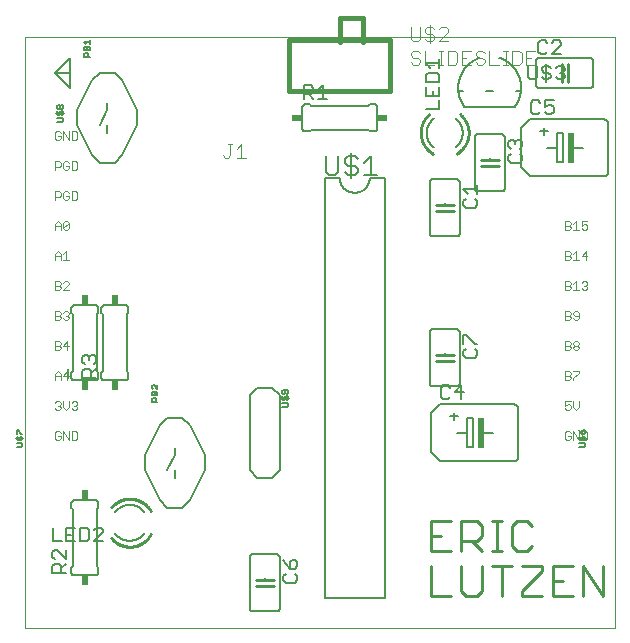
<source format=gto>
G75*
%MOIN*%
%OFA0B0*%
%FSLAX25Y25*%
%IPPOS*%
%LPD*%
%AMOC8*
5,1,8,0,0,1.08239X$1,22.5*
%
%ADD10C,0.00000*%
%ADD11C,0.00200*%
%ADD12C,0.00900*%
%ADD13C,0.00600*%
%ADD14C,0.01000*%
%ADD15C,0.00500*%
%ADD16R,0.02000X0.10000*%
%ADD17C,0.00400*%
%ADD18R,0.03400X0.02400*%
%ADD19R,0.02400X0.03400*%
%ADD20C,0.00700*%
%ADD21C,0.01600*%
%ADD22C,0.00800*%
D10*
X0006000Y0001800D02*
X0006000Y0198650D01*
X0202850Y0198650D01*
X0202850Y0001800D01*
X0006000Y0001800D01*
D11*
X0016567Y0064400D02*
X0017501Y0064400D01*
X0017968Y0064867D01*
X0017968Y0065801D01*
X0017034Y0065801D01*
X0016100Y0064867D02*
X0016567Y0064400D01*
X0016100Y0064867D02*
X0016100Y0066735D01*
X0016567Y0067202D01*
X0017501Y0067202D01*
X0017968Y0066735D01*
X0018862Y0067202D02*
X0020731Y0064400D01*
X0020731Y0067202D01*
X0021625Y0067202D02*
X0021625Y0064400D01*
X0023026Y0064400D01*
X0023493Y0064867D01*
X0023493Y0066735D01*
X0023026Y0067202D01*
X0021625Y0067202D01*
X0018862Y0067202D02*
X0018862Y0064400D01*
X0019796Y0074400D02*
X0020731Y0075334D01*
X0020731Y0077202D01*
X0021625Y0076735D02*
X0022092Y0077202D01*
X0023026Y0077202D01*
X0023493Y0076735D01*
X0023493Y0076268D01*
X0023026Y0075801D01*
X0023493Y0075334D01*
X0023493Y0074867D01*
X0023026Y0074400D01*
X0022092Y0074400D01*
X0021625Y0074867D01*
X0022559Y0075801D02*
X0023026Y0075801D01*
X0019796Y0074400D02*
X0018862Y0075334D01*
X0018862Y0077202D01*
X0017968Y0076735D02*
X0017968Y0076268D01*
X0017501Y0075801D01*
X0017968Y0075334D01*
X0017968Y0074867D01*
X0017501Y0074400D01*
X0016567Y0074400D01*
X0016100Y0074867D01*
X0017034Y0075801D02*
X0017501Y0075801D01*
X0017968Y0076735D02*
X0017501Y0077202D01*
X0016567Y0077202D01*
X0016100Y0076735D01*
X0016100Y0084400D02*
X0016100Y0086268D01*
X0017034Y0087202D01*
X0017968Y0086268D01*
X0017968Y0084400D01*
X0017968Y0085801D02*
X0016100Y0085801D01*
X0018862Y0085801D02*
X0020731Y0085801D01*
X0020264Y0084400D02*
X0020264Y0087202D01*
X0018862Y0085801D01*
X0017501Y0094400D02*
X0016100Y0094400D01*
X0016100Y0097202D01*
X0017501Y0097202D01*
X0017968Y0096735D01*
X0017968Y0096268D01*
X0017501Y0095801D01*
X0016100Y0095801D01*
X0017501Y0095801D02*
X0017968Y0095334D01*
X0017968Y0094867D01*
X0017501Y0094400D01*
X0018862Y0095801D02*
X0020731Y0095801D01*
X0020264Y0094400D02*
X0020264Y0097202D01*
X0018862Y0095801D01*
X0019329Y0104400D02*
X0018862Y0104867D01*
X0019329Y0104400D02*
X0020264Y0104400D01*
X0020731Y0104867D01*
X0020731Y0105334D01*
X0020264Y0105801D01*
X0019796Y0105801D01*
X0020264Y0105801D02*
X0020731Y0106268D01*
X0020731Y0106735D01*
X0020264Y0107202D01*
X0019329Y0107202D01*
X0018862Y0106735D01*
X0017968Y0106735D02*
X0017968Y0106268D01*
X0017501Y0105801D01*
X0016100Y0105801D01*
X0016100Y0104400D02*
X0016100Y0107202D01*
X0017501Y0107202D01*
X0017968Y0106735D01*
X0017501Y0105801D02*
X0017968Y0105334D01*
X0017968Y0104867D01*
X0017501Y0104400D01*
X0016100Y0104400D01*
X0016100Y0114400D02*
X0017501Y0114400D01*
X0017968Y0114867D01*
X0017968Y0115334D01*
X0017501Y0115801D01*
X0016100Y0115801D01*
X0016100Y0114400D02*
X0016100Y0117202D01*
X0017501Y0117202D01*
X0017968Y0116735D01*
X0017968Y0116268D01*
X0017501Y0115801D01*
X0018862Y0116735D02*
X0019329Y0117202D01*
X0020264Y0117202D01*
X0020731Y0116735D01*
X0020731Y0116268D01*
X0018862Y0114400D01*
X0020731Y0114400D01*
X0020731Y0124400D02*
X0018862Y0124400D01*
X0017968Y0124400D02*
X0017968Y0126268D01*
X0017034Y0127202D01*
X0016100Y0126268D01*
X0016100Y0124400D01*
X0016100Y0125801D02*
X0017968Y0125801D01*
X0018862Y0126268D02*
X0019796Y0127202D01*
X0019796Y0124400D01*
X0019329Y0134400D02*
X0018862Y0134867D01*
X0020731Y0136735D01*
X0020731Y0134867D01*
X0020264Y0134400D01*
X0019329Y0134400D01*
X0018862Y0134867D02*
X0018862Y0136735D01*
X0019329Y0137202D01*
X0020264Y0137202D01*
X0020731Y0136735D01*
X0017968Y0136268D02*
X0017968Y0134400D01*
X0017968Y0135801D02*
X0016100Y0135801D01*
X0016100Y0136268D02*
X0017034Y0137202D01*
X0017968Y0136268D01*
X0016100Y0136268D02*
X0016100Y0134400D01*
X0016100Y0144400D02*
X0016100Y0147202D01*
X0017501Y0147202D01*
X0017968Y0146735D01*
X0017968Y0145801D01*
X0017501Y0145334D01*
X0016100Y0145334D01*
X0018862Y0144867D02*
X0019329Y0144400D01*
X0020264Y0144400D01*
X0020731Y0144867D01*
X0020731Y0145801D01*
X0019796Y0145801D01*
X0018862Y0146735D02*
X0018862Y0144867D01*
X0018862Y0146735D02*
X0019329Y0147202D01*
X0020264Y0147202D01*
X0020731Y0146735D01*
X0021625Y0147202D02*
X0021625Y0144400D01*
X0023026Y0144400D01*
X0023493Y0144867D01*
X0023493Y0146735D01*
X0023026Y0147202D01*
X0021625Y0147202D01*
X0021625Y0154400D02*
X0023026Y0154400D01*
X0023493Y0154867D01*
X0023493Y0156735D01*
X0023026Y0157202D01*
X0021625Y0157202D01*
X0021625Y0154400D01*
X0020731Y0154867D02*
X0020731Y0155801D01*
X0019796Y0155801D01*
X0018862Y0154867D02*
X0019329Y0154400D01*
X0020264Y0154400D01*
X0020731Y0154867D01*
X0020731Y0156735D02*
X0020264Y0157202D01*
X0019329Y0157202D01*
X0018862Y0156735D01*
X0018862Y0154867D01*
X0017968Y0155801D02*
X0017501Y0155334D01*
X0016100Y0155334D01*
X0016100Y0154400D02*
X0016100Y0157202D01*
X0017501Y0157202D01*
X0017968Y0156735D01*
X0017968Y0155801D01*
X0017501Y0164400D02*
X0016567Y0164400D01*
X0016100Y0164867D01*
X0016100Y0166735D01*
X0016567Y0167202D01*
X0017501Y0167202D01*
X0017968Y0166735D01*
X0017968Y0165801D02*
X0017034Y0165801D01*
X0017968Y0165801D02*
X0017968Y0164867D01*
X0017501Y0164400D01*
X0018862Y0164400D02*
X0018862Y0167202D01*
X0020731Y0164400D01*
X0020731Y0167202D01*
X0021625Y0167202D02*
X0021625Y0164400D01*
X0023026Y0164400D01*
X0023493Y0164867D01*
X0023493Y0166735D01*
X0023026Y0167202D01*
X0021625Y0167202D01*
X0186100Y0137202D02*
X0186100Y0134400D01*
X0187501Y0134400D01*
X0187968Y0134867D01*
X0187968Y0135334D01*
X0187501Y0135801D01*
X0186100Y0135801D01*
X0187501Y0135801D02*
X0187968Y0136268D01*
X0187968Y0136735D01*
X0187501Y0137202D01*
X0186100Y0137202D01*
X0188862Y0136268D02*
X0189796Y0137202D01*
X0189796Y0134400D01*
X0188862Y0134400D02*
X0190731Y0134400D01*
X0191625Y0134867D02*
X0192092Y0134400D01*
X0193026Y0134400D01*
X0193493Y0134867D01*
X0193493Y0135801D01*
X0193026Y0136268D01*
X0192559Y0136268D01*
X0191625Y0135801D01*
X0191625Y0137202D01*
X0193493Y0137202D01*
X0193026Y0127202D02*
X0191625Y0125801D01*
X0193493Y0125801D01*
X0193026Y0124400D02*
X0193026Y0127202D01*
X0189796Y0127202D02*
X0189796Y0124400D01*
X0188862Y0124400D02*
X0190731Y0124400D01*
X0188862Y0126268D02*
X0189796Y0127202D01*
X0187968Y0126735D02*
X0187968Y0126268D01*
X0187501Y0125801D01*
X0186100Y0125801D01*
X0186100Y0124400D02*
X0187501Y0124400D01*
X0187968Y0124867D01*
X0187968Y0125334D01*
X0187501Y0125801D01*
X0187968Y0126735D02*
X0187501Y0127202D01*
X0186100Y0127202D01*
X0186100Y0124400D01*
X0186100Y0117202D02*
X0187501Y0117202D01*
X0187968Y0116735D01*
X0187968Y0116268D01*
X0187501Y0115801D01*
X0186100Y0115801D01*
X0186100Y0114400D02*
X0187501Y0114400D01*
X0187968Y0114867D01*
X0187968Y0115334D01*
X0187501Y0115801D01*
X0188862Y0116268D02*
X0189796Y0117202D01*
X0189796Y0114400D01*
X0188862Y0114400D02*
X0190731Y0114400D01*
X0191625Y0114867D02*
X0192092Y0114400D01*
X0193026Y0114400D01*
X0193493Y0114867D01*
X0193493Y0115334D01*
X0193026Y0115801D01*
X0192559Y0115801D01*
X0193026Y0115801D02*
X0193493Y0116268D01*
X0193493Y0116735D01*
X0193026Y0117202D01*
X0192092Y0117202D01*
X0191625Y0116735D01*
X0186100Y0117202D02*
X0186100Y0114400D01*
X0186100Y0107202D02*
X0187501Y0107202D01*
X0187968Y0106735D01*
X0187968Y0106268D01*
X0187501Y0105801D01*
X0186100Y0105801D01*
X0186100Y0104400D02*
X0186100Y0107202D01*
X0187501Y0105801D02*
X0187968Y0105334D01*
X0187968Y0104867D01*
X0187501Y0104400D01*
X0186100Y0104400D01*
X0188862Y0104867D02*
X0189329Y0104400D01*
X0190264Y0104400D01*
X0190731Y0104867D01*
X0190731Y0106735D01*
X0190264Y0107202D01*
X0189329Y0107202D01*
X0188862Y0106735D01*
X0188862Y0106268D01*
X0189329Y0105801D01*
X0190731Y0105801D01*
X0190264Y0097202D02*
X0190731Y0096735D01*
X0190731Y0096268D01*
X0190264Y0095801D01*
X0189329Y0095801D01*
X0188862Y0096268D01*
X0188862Y0096735D01*
X0189329Y0097202D01*
X0190264Y0097202D01*
X0190264Y0095801D02*
X0190731Y0095334D01*
X0190731Y0094867D01*
X0190264Y0094400D01*
X0189329Y0094400D01*
X0188862Y0094867D01*
X0188862Y0095334D01*
X0189329Y0095801D01*
X0187968Y0095334D02*
X0187968Y0094867D01*
X0187501Y0094400D01*
X0186100Y0094400D01*
X0186100Y0097202D01*
X0187501Y0097202D01*
X0187968Y0096735D01*
X0187968Y0096268D01*
X0187501Y0095801D01*
X0186100Y0095801D01*
X0187501Y0095801D02*
X0187968Y0095334D01*
X0187501Y0087202D02*
X0186100Y0087202D01*
X0186100Y0084400D01*
X0187501Y0084400D01*
X0187968Y0084867D01*
X0187968Y0085334D01*
X0187501Y0085801D01*
X0186100Y0085801D01*
X0187501Y0085801D02*
X0187968Y0086268D01*
X0187968Y0086735D01*
X0187501Y0087202D01*
X0188862Y0087202D02*
X0190731Y0087202D01*
X0190731Y0086735D01*
X0188862Y0084867D01*
X0188862Y0084400D01*
X0188862Y0077202D02*
X0188862Y0075334D01*
X0189796Y0074400D01*
X0190731Y0075334D01*
X0190731Y0077202D01*
X0187968Y0077202D02*
X0186100Y0077202D01*
X0186100Y0075801D01*
X0187034Y0076268D01*
X0187501Y0076268D01*
X0187968Y0075801D01*
X0187968Y0074867D01*
X0187501Y0074400D01*
X0186567Y0074400D01*
X0186100Y0074867D01*
X0186567Y0067202D02*
X0186100Y0066735D01*
X0186100Y0064867D01*
X0186567Y0064400D01*
X0187501Y0064400D01*
X0187968Y0064867D01*
X0187968Y0065801D01*
X0187034Y0065801D01*
X0187968Y0066735D02*
X0187501Y0067202D01*
X0186567Y0067202D01*
X0188862Y0067202D02*
X0190731Y0064400D01*
X0190731Y0067202D01*
X0191625Y0067202D02*
X0191625Y0064400D01*
X0193026Y0064400D01*
X0193493Y0064867D01*
X0193493Y0066735D01*
X0193026Y0067202D01*
X0191625Y0067202D01*
X0188862Y0067202D02*
X0188862Y0064400D01*
D12*
X0173514Y0037359D02*
X0170145Y0037359D01*
X0168460Y0035674D01*
X0168460Y0028935D01*
X0170145Y0027250D01*
X0173514Y0027250D01*
X0175199Y0028935D01*
X0171836Y0022359D02*
X0178575Y0022359D01*
X0178575Y0020674D01*
X0171836Y0013935D01*
X0171836Y0012250D01*
X0178575Y0012250D01*
X0181965Y0012250D02*
X0188704Y0012250D01*
X0192093Y0012250D02*
X0192093Y0022359D01*
X0198832Y0012250D01*
X0198832Y0022359D01*
X0188704Y0022359D02*
X0181965Y0022359D01*
X0181965Y0012250D01*
X0181965Y0017304D02*
X0185334Y0017304D01*
X0168446Y0022359D02*
X0161707Y0022359D01*
X0165077Y0022359D02*
X0165077Y0012250D01*
X0158318Y0013935D02*
X0156633Y0012250D01*
X0153263Y0012250D01*
X0151579Y0013935D01*
X0151579Y0022359D01*
X0151579Y0027250D02*
X0151579Y0037359D01*
X0156633Y0037359D01*
X0158318Y0035674D01*
X0158318Y0032304D01*
X0156633Y0030620D01*
X0151579Y0030620D01*
X0148189Y0027250D02*
X0141450Y0027250D01*
X0141450Y0037359D01*
X0148189Y0037359D01*
X0144820Y0032304D02*
X0141450Y0032304D01*
X0141450Y0022359D02*
X0141450Y0012250D01*
X0148189Y0012250D01*
X0158318Y0013935D02*
X0158318Y0022359D01*
X0158318Y0027250D02*
X0154948Y0030620D01*
X0161707Y0027250D02*
X0165077Y0027250D01*
X0163392Y0027250D02*
X0163392Y0037359D01*
X0161707Y0037359D02*
X0165077Y0037359D01*
X0173514Y0037359D02*
X0175199Y0035674D01*
D13*
X0169000Y0057300D02*
X0144500Y0057300D01*
X0141500Y0060300D01*
X0141500Y0073300D01*
X0144500Y0076300D01*
X0169000Y0076300D01*
X0169076Y0076298D01*
X0169152Y0076292D01*
X0169227Y0076283D01*
X0169302Y0076269D01*
X0169376Y0076252D01*
X0169449Y0076231D01*
X0169521Y0076207D01*
X0169592Y0076178D01*
X0169661Y0076147D01*
X0169728Y0076112D01*
X0169793Y0076073D01*
X0169857Y0076031D01*
X0169918Y0075986D01*
X0169977Y0075938D01*
X0170033Y0075887D01*
X0170087Y0075833D01*
X0170138Y0075777D01*
X0170186Y0075718D01*
X0170231Y0075657D01*
X0170273Y0075593D01*
X0170312Y0075528D01*
X0170347Y0075461D01*
X0170378Y0075392D01*
X0170407Y0075321D01*
X0170431Y0075249D01*
X0170452Y0075176D01*
X0170469Y0075102D01*
X0170483Y0075027D01*
X0170492Y0074952D01*
X0170498Y0074876D01*
X0170500Y0074800D01*
X0170500Y0058800D01*
X0170498Y0058724D01*
X0170492Y0058648D01*
X0170483Y0058573D01*
X0170469Y0058498D01*
X0170452Y0058424D01*
X0170431Y0058351D01*
X0170407Y0058279D01*
X0170378Y0058208D01*
X0170347Y0058139D01*
X0170312Y0058072D01*
X0170273Y0058007D01*
X0170231Y0057943D01*
X0170186Y0057882D01*
X0170138Y0057823D01*
X0170087Y0057767D01*
X0170033Y0057713D01*
X0169977Y0057662D01*
X0169918Y0057614D01*
X0169857Y0057569D01*
X0169793Y0057527D01*
X0169728Y0057488D01*
X0169661Y0057453D01*
X0169592Y0057422D01*
X0169521Y0057393D01*
X0169449Y0057369D01*
X0169376Y0057348D01*
X0169302Y0057331D01*
X0169227Y0057317D01*
X0169152Y0057308D01*
X0169076Y0057302D01*
X0169000Y0057300D01*
X0162000Y0066800D02*
X0158500Y0066800D01*
X0153500Y0066800D02*
X0153500Y0071600D01*
X0155500Y0071600D01*
X0155500Y0062000D01*
X0153500Y0062000D01*
X0153500Y0066800D01*
X0150000Y0066800D01*
X0149000Y0070900D02*
X0149000Y0073400D01*
X0150300Y0072200D02*
X0147700Y0072200D01*
X0150000Y0082300D02*
X0142000Y0082300D01*
X0141940Y0082302D01*
X0141879Y0082307D01*
X0141820Y0082316D01*
X0141761Y0082329D01*
X0141702Y0082345D01*
X0141645Y0082365D01*
X0141590Y0082388D01*
X0141535Y0082415D01*
X0141483Y0082444D01*
X0141432Y0082477D01*
X0141383Y0082513D01*
X0141337Y0082551D01*
X0141293Y0082593D01*
X0141251Y0082637D01*
X0141213Y0082683D01*
X0141177Y0082732D01*
X0141144Y0082783D01*
X0141115Y0082835D01*
X0141088Y0082890D01*
X0141065Y0082945D01*
X0141045Y0083002D01*
X0141029Y0083061D01*
X0141016Y0083120D01*
X0141007Y0083179D01*
X0141002Y0083240D01*
X0141000Y0083300D01*
X0141000Y0100300D01*
X0141002Y0100360D01*
X0141007Y0100421D01*
X0141016Y0100480D01*
X0141029Y0100539D01*
X0141045Y0100598D01*
X0141065Y0100655D01*
X0141088Y0100710D01*
X0141115Y0100765D01*
X0141144Y0100817D01*
X0141177Y0100868D01*
X0141213Y0100917D01*
X0141251Y0100963D01*
X0141293Y0101007D01*
X0141337Y0101049D01*
X0141383Y0101087D01*
X0141432Y0101123D01*
X0141483Y0101156D01*
X0141535Y0101185D01*
X0141590Y0101212D01*
X0141645Y0101235D01*
X0141702Y0101255D01*
X0141761Y0101271D01*
X0141820Y0101284D01*
X0141879Y0101293D01*
X0141940Y0101298D01*
X0142000Y0101300D01*
X0150000Y0101300D01*
X0150060Y0101298D01*
X0150121Y0101293D01*
X0150180Y0101284D01*
X0150239Y0101271D01*
X0150298Y0101255D01*
X0150355Y0101235D01*
X0150410Y0101212D01*
X0150465Y0101185D01*
X0150517Y0101156D01*
X0150568Y0101123D01*
X0150617Y0101087D01*
X0150663Y0101049D01*
X0150707Y0101007D01*
X0150749Y0100963D01*
X0150787Y0100917D01*
X0150823Y0100868D01*
X0150856Y0100817D01*
X0150885Y0100765D01*
X0150912Y0100710D01*
X0150935Y0100655D01*
X0150955Y0100598D01*
X0150971Y0100539D01*
X0150984Y0100480D01*
X0150993Y0100421D01*
X0150998Y0100360D01*
X0151000Y0100300D01*
X0151000Y0083300D01*
X0150998Y0083240D01*
X0150993Y0083179D01*
X0150984Y0083120D01*
X0150971Y0083061D01*
X0150955Y0083002D01*
X0150935Y0082945D01*
X0150912Y0082890D01*
X0150885Y0082835D01*
X0150856Y0082783D01*
X0150823Y0082732D01*
X0150787Y0082683D01*
X0150749Y0082637D01*
X0150707Y0082593D01*
X0150663Y0082551D01*
X0150617Y0082513D01*
X0150568Y0082477D01*
X0150517Y0082444D01*
X0150465Y0082415D01*
X0150410Y0082388D01*
X0150355Y0082365D01*
X0150298Y0082345D01*
X0150239Y0082329D01*
X0150180Y0082316D01*
X0150121Y0082307D01*
X0150060Y0082302D01*
X0150000Y0082300D01*
X0146000Y0090300D02*
X0146000Y0090800D01*
X0146000Y0092800D02*
X0146000Y0093300D01*
X0150000Y0132300D02*
X0142000Y0132300D01*
X0141940Y0132302D01*
X0141879Y0132307D01*
X0141820Y0132316D01*
X0141761Y0132329D01*
X0141702Y0132345D01*
X0141645Y0132365D01*
X0141590Y0132388D01*
X0141535Y0132415D01*
X0141483Y0132444D01*
X0141432Y0132477D01*
X0141383Y0132513D01*
X0141337Y0132551D01*
X0141293Y0132593D01*
X0141251Y0132637D01*
X0141213Y0132683D01*
X0141177Y0132732D01*
X0141144Y0132783D01*
X0141115Y0132835D01*
X0141088Y0132890D01*
X0141065Y0132945D01*
X0141045Y0133002D01*
X0141029Y0133061D01*
X0141016Y0133120D01*
X0141007Y0133179D01*
X0141002Y0133240D01*
X0141000Y0133300D01*
X0141000Y0150300D01*
X0141002Y0150360D01*
X0141007Y0150421D01*
X0141016Y0150480D01*
X0141029Y0150539D01*
X0141045Y0150598D01*
X0141065Y0150655D01*
X0141088Y0150710D01*
X0141115Y0150765D01*
X0141144Y0150817D01*
X0141177Y0150868D01*
X0141213Y0150917D01*
X0141251Y0150963D01*
X0141293Y0151007D01*
X0141337Y0151049D01*
X0141383Y0151087D01*
X0141432Y0151123D01*
X0141483Y0151156D01*
X0141535Y0151185D01*
X0141590Y0151212D01*
X0141645Y0151235D01*
X0141702Y0151255D01*
X0141761Y0151271D01*
X0141820Y0151284D01*
X0141879Y0151293D01*
X0141940Y0151298D01*
X0142000Y0151300D01*
X0150000Y0151300D01*
X0150060Y0151298D01*
X0150121Y0151293D01*
X0150180Y0151284D01*
X0150239Y0151271D01*
X0150298Y0151255D01*
X0150355Y0151235D01*
X0150410Y0151212D01*
X0150465Y0151185D01*
X0150517Y0151156D01*
X0150568Y0151123D01*
X0150617Y0151087D01*
X0150663Y0151049D01*
X0150707Y0151007D01*
X0150749Y0150963D01*
X0150787Y0150917D01*
X0150823Y0150868D01*
X0150856Y0150817D01*
X0150885Y0150765D01*
X0150912Y0150710D01*
X0150935Y0150655D01*
X0150955Y0150598D01*
X0150971Y0150539D01*
X0150984Y0150480D01*
X0150993Y0150421D01*
X0150998Y0150360D01*
X0151000Y0150300D01*
X0151000Y0133300D01*
X0150998Y0133240D01*
X0150993Y0133179D01*
X0150984Y0133120D01*
X0150971Y0133061D01*
X0150955Y0133002D01*
X0150935Y0132945D01*
X0150912Y0132890D01*
X0150885Y0132835D01*
X0150856Y0132783D01*
X0150823Y0132732D01*
X0150787Y0132683D01*
X0150749Y0132637D01*
X0150707Y0132593D01*
X0150663Y0132551D01*
X0150617Y0132513D01*
X0150568Y0132477D01*
X0150517Y0132444D01*
X0150465Y0132415D01*
X0150410Y0132388D01*
X0150355Y0132365D01*
X0150298Y0132345D01*
X0150239Y0132329D01*
X0150180Y0132316D01*
X0150121Y0132307D01*
X0150060Y0132302D01*
X0150000Y0132300D01*
X0146000Y0140300D02*
X0146000Y0140800D01*
X0146000Y0142800D02*
X0146000Y0143300D01*
X0156000Y0148300D02*
X0156000Y0165300D01*
X0156002Y0165360D01*
X0156007Y0165421D01*
X0156016Y0165480D01*
X0156029Y0165539D01*
X0156045Y0165598D01*
X0156065Y0165655D01*
X0156088Y0165710D01*
X0156115Y0165765D01*
X0156144Y0165817D01*
X0156177Y0165868D01*
X0156213Y0165917D01*
X0156251Y0165963D01*
X0156293Y0166007D01*
X0156337Y0166049D01*
X0156383Y0166087D01*
X0156432Y0166123D01*
X0156483Y0166156D01*
X0156535Y0166185D01*
X0156590Y0166212D01*
X0156645Y0166235D01*
X0156702Y0166255D01*
X0156761Y0166271D01*
X0156820Y0166284D01*
X0156879Y0166293D01*
X0156940Y0166298D01*
X0157000Y0166300D01*
X0165000Y0166300D01*
X0165060Y0166298D01*
X0165121Y0166293D01*
X0165180Y0166284D01*
X0165239Y0166271D01*
X0165298Y0166255D01*
X0165355Y0166235D01*
X0165410Y0166212D01*
X0165465Y0166185D01*
X0165517Y0166156D01*
X0165568Y0166123D01*
X0165617Y0166087D01*
X0165663Y0166049D01*
X0165707Y0166007D01*
X0165749Y0165963D01*
X0165787Y0165917D01*
X0165823Y0165868D01*
X0165856Y0165817D01*
X0165885Y0165765D01*
X0165912Y0165710D01*
X0165935Y0165655D01*
X0165955Y0165598D01*
X0165971Y0165539D01*
X0165984Y0165480D01*
X0165993Y0165421D01*
X0165998Y0165360D01*
X0166000Y0165300D01*
X0166000Y0148300D01*
X0165998Y0148240D01*
X0165993Y0148179D01*
X0165984Y0148120D01*
X0165971Y0148061D01*
X0165955Y0148002D01*
X0165935Y0147945D01*
X0165912Y0147890D01*
X0165885Y0147835D01*
X0165856Y0147783D01*
X0165823Y0147732D01*
X0165787Y0147683D01*
X0165749Y0147637D01*
X0165707Y0147593D01*
X0165663Y0147551D01*
X0165617Y0147513D01*
X0165568Y0147477D01*
X0165517Y0147444D01*
X0165465Y0147415D01*
X0165410Y0147388D01*
X0165355Y0147365D01*
X0165298Y0147345D01*
X0165239Y0147329D01*
X0165180Y0147316D01*
X0165121Y0147307D01*
X0165060Y0147302D01*
X0165000Y0147300D01*
X0157000Y0147300D01*
X0156940Y0147302D01*
X0156879Y0147307D01*
X0156820Y0147316D01*
X0156761Y0147329D01*
X0156702Y0147345D01*
X0156645Y0147365D01*
X0156590Y0147388D01*
X0156535Y0147415D01*
X0156483Y0147444D01*
X0156432Y0147477D01*
X0156383Y0147513D01*
X0156337Y0147551D01*
X0156293Y0147593D01*
X0156251Y0147637D01*
X0156213Y0147683D01*
X0156177Y0147732D01*
X0156144Y0147783D01*
X0156115Y0147835D01*
X0156088Y0147890D01*
X0156065Y0147945D01*
X0156045Y0148002D01*
X0156029Y0148061D01*
X0156016Y0148120D01*
X0156007Y0148179D01*
X0156002Y0148240D01*
X0156000Y0148300D01*
X0161000Y0155300D02*
X0161000Y0155800D01*
X0161000Y0157800D02*
X0161000Y0158300D01*
X0171500Y0155300D02*
X0171500Y0168300D01*
X0174500Y0171300D01*
X0199000Y0171300D01*
X0199076Y0171298D01*
X0199152Y0171292D01*
X0199227Y0171283D01*
X0199302Y0171269D01*
X0199376Y0171252D01*
X0199449Y0171231D01*
X0199521Y0171207D01*
X0199592Y0171178D01*
X0199661Y0171147D01*
X0199728Y0171112D01*
X0199793Y0171073D01*
X0199857Y0171031D01*
X0199918Y0170986D01*
X0199977Y0170938D01*
X0200033Y0170887D01*
X0200087Y0170833D01*
X0200138Y0170777D01*
X0200186Y0170718D01*
X0200231Y0170657D01*
X0200273Y0170593D01*
X0200312Y0170528D01*
X0200347Y0170461D01*
X0200378Y0170392D01*
X0200407Y0170321D01*
X0200431Y0170249D01*
X0200452Y0170176D01*
X0200469Y0170102D01*
X0200483Y0170027D01*
X0200492Y0169952D01*
X0200498Y0169876D01*
X0200500Y0169800D01*
X0200500Y0153800D01*
X0200498Y0153724D01*
X0200492Y0153648D01*
X0200483Y0153573D01*
X0200469Y0153498D01*
X0200452Y0153424D01*
X0200431Y0153351D01*
X0200407Y0153279D01*
X0200378Y0153208D01*
X0200347Y0153139D01*
X0200312Y0153072D01*
X0200273Y0153007D01*
X0200231Y0152943D01*
X0200186Y0152882D01*
X0200138Y0152823D01*
X0200087Y0152767D01*
X0200033Y0152713D01*
X0199977Y0152662D01*
X0199918Y0152614D01*
X0199857Y0152569D01*
X0199793Y0152527D01*
X0199728Y0152488D01*
X0199661Y0152453D01*
X0199592Y0152422D01*
X0199521Y0152393D01*
X0199449Y0152369D01*
X0199376Y0152348D01*
X0199302Y0152331D01*
X0199227Y0152317D01*
X0199152Y0152308D01*
X0199076Y0152302D01*
X0199000Y0152300D01*
X0174500Y0152300D01*
X0171500Y0155300D01*
X0180000Y0161800D02*
X0183500Y0161800D01*
X0183500Y0166600D01*
X0185500Y0166600D01*
X0185500Y0157000D01*
X0183500Y0157000D01*
X0183500Y0161800D01*
X0188500Y0161800D02*
X0192000Y0161800D01*
X0180300Y0167200D02*
X0177700Y0167200D01*
X0179000Y0168400D02*
X0179000Y0165900D01*
X0177500Y0181800D02*
X0194500Y0181800D01*
X0194560Y0181802D01*
X0194621Y0181807D01*
X0194680Y0181816D01*
X0194739Y0181829D01*
X0194798Y0181845D01*
X0194855Y0181865D01*
X0194910Y0181888D01*
X0194965Y0181915D01*
X0195017Y0181944D01*
X0195068Y0181977D01*
X0195117Y0182013D01*
X0195163Y0182051D01*
X0195207Y0182093D01*
X0195249Y0182137D01*
X0195287Y0182183D01*
X0195323Y0182232D01*
X0195356Y0182283D01*
X0195385Y0182335D01*
X0195412Y0182390D01*
X0195435Y0182445D01*
X0195455Y0182502D01*
X0195471Y0182561D01*
X0195484Y0182620D01*
X0195493Y0182679D01*
X0195498Y0182740D01*
X0195500Y0182800D01*
X0195500Y0190800D01*
X0195498Y0190860D01*
X0195493Y0190921D01*
X0195484Y0190980D01*
X0195471Y0191039D01*
X0195455Y0191098D01*
X0195435Y0191155D01*
X0195412Y0191210D01*
X0195385Y0191265D01*
X0195356Y0191317D01*
X0195323Y0191368D01*
X0195287Y0191417D01*
X0195249Y0191463D01*
X0195207Y0191507D01*
X0195163Y0191549D01*
X0195117Y0191587D01*
X0195068Y0191623D01*
X0195017Y0191656D01*
X0194965Y0191685D01*
X0194910Y0191712D01*
X0194855Y0191735D01*
X0194798Y0191755D01*
X0194739Y0191771D01*
X0194680Y0191784D01*
X0194621Y0191793D01*
X0194560Y0191798D01*
X0194500Y0191800D01*
X0177500Y0191800D01*
X0177440Y0191798D01*
X0177379Y0191793D01*
X0177320Y0191784D01*
X0177261Y0191771D01*
X0177202Y0191755D01*
X0177145Y0191735D01*
X0177090Y0191712D01*
X0177035Y0191685D01*
X0176983Y0191656D01*
X0176932Y0191623D01*
X0176883Y0191587D01*
X0176837Y0191549D01*
X0176793Y0191507D01*
X0176751Y0191463D01*
X0176713Y0191417D01*
X0176677Y0191368D01*
X0176644Y0191317D01*
X0176615Y0191265D01*
X0176588Y0191210D01*
X0176565Y0191155D01*
X0176545Y0191098D01*
X0176529Y0191039D01*
X0176516Y0190980D01*
X0176507Y0190921D01*
X0176502Y0190860D01*
X0176500Y0190800D01*
X0176500Y0182800D01*
X0176502Y0182740D01*
X0176507Y0182679D01*
X0176516Y0182620D01*
X0176529Y0182561D01*
X0176545Y0182502D01*
X0176565Y0182445D01*
X0176588Y0182390D01*
X0176615Y0182335D01*
X0176644Y0182283D01*
X0176677Y0182232D01*
X0176713Y0182183D01*
X0176751Y0182137D01*
X0176793Y0182093D01*
X0176837Y0182051D01*
X0176883Y0182013D01*
X0176932Y0181977D01*
X0176983Y0181944D01*
X0177035Y0181915D01*
X0177090Y0181888D01*
X0177145Y0181865D01*
X0177202Y0181845D01*
X0177261Y0181829D01*
X0177320Y0181816D01*
X0177379Y0181807D01*
X0177440Y0181802D01*
X0177500Y0181800D01*
X0184500Y0186800D02*
X0185000Y0186800D01*
X0187000Y0186800D02*
X0187500Y0186800D01*
X0152000Y0166800D02*
X0151998Y0166648D01*
X0151992Y0166497D01*
X0151983Y0166346D01*
X0151969Y0166194D01*
X0151952Y0166044D01*
X0151931Y0165894D01*
X0151906Y0165744D01*
X0151878Y0165595D01*
X0151845Y0165447D01*
X0151809Y0165300D01*
X0151770Y0165153D01*
X0151726Y0165008D01*
X0151679Y0164864D01*
X0151628Y0164721D01*
X0151574Y0164580D01*
X0151516Y0164439D01*
X0151455Y0164301D01*
X0151390Y0164164D01*
X0151321Y0164028D01*
X0151250Y0163895D01*
X0151175Y0163763D01*
X0151096Y0163633D01*
X0151015Y0163506D01*
X0150930Y0163380D01*
X0150842Y0163256D01*
X0150751Y0163135D01*
X0150657Y0163016D01*
X0150559Y0162900D01*
X0150459Y0162786D01*
X0150357Y0162674D01*
X0150251Y0162566D01*
X0150143Y0162460D01*
X0150032Y0162356D01*
X0149918Y0162256D01*
X0149802Y0162158D01*
X0149683Y0162064D01*
X0140000Y0166800D02*
X0140002Y0166954D01*
X0140008Y0167108D01*
X0140018Y0167262D01*
X0140032Y0167416D01*
X0140049Y0167569D01*
X0140071Y0167721D01*
X0140097Y0167873D01*
X0140126Y0168025D01*
X0140160Y0168175D01*
X0140197Y0168325D01*
X0140238Y0168473D01*
X0140283Y0168621D01*
X0140332Y0168767D01*
X0140384Y0168912D01*
X0140440Y0169055D01*
X0140500Y0169198D01*
X0140563Y0169338D01*
X0140630Y0169477D01*
X0140701Y0169614D01*
X0140775Y0169749D01*
X0140852Y0169882D01*
X0140933Y0170014D01*
X0141017Y0170143D01*
X0141105Y0170270D01*
X0141196Y0170394D01*
X0141289Y0170516D01*
X0141387Y0170636D01*
X0141487Y0170753D01*
X0141590Y0170868D01*
X0141696Y0170980D01*
X0141804Y0171089D01*
X0141916Y0171195D01*
X0142030Y0171299D01*
X0142147Y0171399D01*
X0142266Y0171497D01*
X0142388Y0171591D01*
X0142513Y0171682D01*
X0140000Y0166800D02*
X0140002Y0166650D01*
X0140008Y0166499D01*
X0140017Y0166349D01*
X0140030Y0166200D01*
X0140047Y0166050D01*
X0140068Y0165901D01*
X0140092Y0165753D01*
X0140120Y0165605D01*
X0140152Y0165458D01*
X0140187Y0165312D01*
X0140227Y0165167D01*
X0140269Y0165023D01*
X0140316Y0164880D01*
X0140366Y0164738D01*
X0140419Y0164597D01*
X0140476Y0164458D01*
X0140536Y0164320D01*
X0140600Y0164184D01*
X0140667Y0164050D01*
X0140738Y0163917D01*
X0140812Y0163786D01*
X0140889Y0163657D01*
X0140970Y0163530D01*
X0141053Y0163405D01*
X0141140Y0163282D01*
X0141229Y0163161D01*
X0141322Y0163043D01*
X0141418Y0162927D01*
X0141516Y0162813D01*
X0141617Y0162702D01*
X0141722Y0162593D01*
X0141828Y0162488D01*
X0141938Y0162384D01*
X0142050Y0162284D01*
X0142164Y0162186D01*
X0142281Y0162092D01*
X0142400Y0162000D01*
X0152000Y0166800D02*
X0151998Y0166952D01*
X0151992Y0167103D01*
X0151983Y0167254D01*
X0151969Y0167406D01*
X0151952Y0167556D01*
X0151931Y0167706D01*
X0151906Y0167856D01*
X0151878Y0168005D01*
X0151845Y0168153D01*
X0151809Y0168300D01*
X0151770Y0168447D01*
X0151726Y0168592D01*
X0151679Y0168736D01*
X0151628Y0168879D01*
X0151574Y0169020D01*
X0151516Y0169161D01*
X0151455Y0169299D01*
X0151390Y0169436D01*
X0151321Y0169572D01*
X0151250Y0169705D01*
X0151175Y0169837D01*
X0151096Y0169967D01*
X0151015Y0170094D01*
X0150930Y0170220D01*
X0150842Y0170344D01*
X0150751Y0170465D01*
X0150657Y0170584D01*
X0150559Y0170700D01*
X0150459Y0170814D01*
X0150357Y0170926D01*
X0150251Y0171034D01*
X0150143Y0171140D01*
X0150032Y0171244D01*
X0149918Y0171344D01*
X0149802Y0171442D01*
X0149683Y0171536D01*
X0126000Y0151800D02*
X0126000Y0011800D01*
X0106000Y0011800D01*
X0106000Y0151300D01*
X0106000Y0151800D02*
X0111000Y0151800D01*
X0111002Y0151660D01*
X0111008Y0151520D01*
X0111018Y0151380D01*
X0111031Y0151240D01*
X0111049Y0151101D01*
X0111071Y0150962D01*
X0111096Y0150825D01*
X0111125Y0150687D01*
X0111158Y0150551D01*
X0111195Y0150416D01*
X0111236Y0150282D01*
X0111281Y0150149D01*
X0111329Y0150017D01*
X0111381Y0149887D01*
X0111436Y0149758D01*
X0111495Y0149631D01*
X0111558Y0149505D01*
X0111624Y0149381D01*
X0111693Y0149260D01*
X0111766Y0149140D01*
X0111843Y0149022D01*
X0111922Y0148907D01*
X0112005Y0148793D01*
X0112091Y0148683D01*
X0112180Y0148574D01*
X0112272Y0148468D01*
X0112367Y0148365D01*
X0112464Y0148264D01*
X0112565Y0148167D01*
X0112668Y0148072D01*
X0112774Y0147980D01*
X0112883Y0147891D01*
X0112993Y0147805D01*
X0113107Y0147722D01*
X0113222Y0147643D01*
X0113340Y0147566D01*
X0113460Y0147493D01*
X0113581Y0147424D01*
X0113705Y0147358D01*
X0113831Y0147295D01*
X0113958Y0147236D01*
X0114087Y0147181D01*
X0114217Y0147129D01*
X0114349Y0147081D01*
X0114482Y0147036D01*
X0114616Y0146995D01*
X0114751Y0146958D01*
X0114887Y0146925D01*
X0115025Y0146896D01*
X0115162Y0146871D01*
X0115301Y0146849D01*
X0115440Y0146831D01*
X0115580Y0146818D01*
X0115720Y0146808D01*
X0115860Y0146802D01*
X0116000Y0146800D01*
X0116140Y0146802D01*
X0116280Y0146808D01*
X0116420Y0146818D01*
X0116560Y0146831D01*
X0116699Y0146849D01*
X0116838Y0146871D01*
X0116975Y0146896D01*
X0117113Y0146925D01*
X0117249Y0146958D01*
X0117384Y0146995D01*
X0117518Y0147036D01*
X0117651Y0147081D01*
X0117783Y0147129D01*
X0117913Y0147181D01*
X0118042Y0147236D01*
X0118169Y0147295D01*
X0118295Y0147358D01*
X0118419Y0147424D01*
X0118540Y0147493D01*
X0118660Y0147566D01*
X0118778Y0147643D01*
X0118893Y0147722D01*
X0119007Y0147805D01*
X0119117Y0147891D01*
X0119226Y0147980D01*
X0119332Y0148072D01*
X0119435Y0148167D01*
X0119536Y0148264D01*
X0119633Y0148365D01*
X0119728Y0148468D01*
X0119820Y0148574D01*
X0119909Y0148683D01*
X0119995Y0148793D01*
X0120078Y0148907D01*
X0120157Y0149022D01*
X0120234Y0149140D01*
X0120307Y0149260D01*
X0120376Y0149381D01*
X0120442Y0149505D01*
X0120505Y0149631D01*
X0120564Y0149758D01*
X0120619Y0149887D01*
X0120671Y0150017D01*
X0120719Y0150149D01*
X0120764Y0150282D01*
X0120805Y0150416D01*
X0120842Y0150551D01*
X0120875Y0150687D01*
X0120904Y0150825D01*
X0120929Y0150962D01*
X0120951Y0151101D01*
X0120969Y0151240D01*
X0120982Y0151380D01*
X0120992Y0151520D01*
X0120998Y0151660D01*
X0121000Y0151800D01*
X0126000Y0151800D01*
X0122500Y0167300D02*
X0121000Y0167300D01*
X0120500Y0167800D01*
X0101500Y0167800D01*
X0101000Y0167300D01*
X0099500Y0167300D01*
X0099440Y0167302D01*
X0099379Y0167307D01*
X0099320Y0167316D01*
X0099261Y0167329D01*
X0099202Y0167345D01*
X0099145Y0167365D01*
X0099090Y0167388D01*
X0099035Y0167415D01*
X0098983Y0167444D01*
X0098932Y0167477D01*
X0098883Y0167513D01*
X0098837Y0167551D01*
X0098793Y0167593D01*
X0098751Y0167637D01*
X0098713Y0167683D01*
X0098677Y0167732D01*
X0098644Y0167783D01*
X0098615Y0167835D01*
X0098588Y0167890D01*
X0098565Y0167945D01*
X0098545Y0168002D01*
X0098529Y0168061D01*
X0098516Y0168120D01*
X0098507Y0168179D01*
X0098502Y0168240D01*
X0098500Y0168300D01*
X0098500Y0175300D01*
X0098502Y0175360D01*
X0098507Y0175421D01*
X0098516Y0175480D01*
X0098529Y0175539D01*
X0098545Y0175598D01*
X0098565Y0175655D01*
X0098588Y0175710D01*
X0098615Y0175765D01*
X0098644Y0175817D01*
X0098677Y0175868D01*
X0098713Y0175917D01*
X0098751Y0175963D01*
X0098793Y0176007D01*
X0098837Y0176049D01*
X0098883Y0176087D01*
X0098932Y0176123D01*
X0098983Y0176156D01*
X0099035Y0176185D01*
X0099090Y0176212D01*
X0099145Y0176235D01*
X0099202Y0176255D01*
X0099261Y0176271D01*
X0099320Y0176284D01*
X0099379Y0176293D01*
X0099440Y0176298D01*
X0099500Y0176300D01*
X0101000Y0176300D01*
X0101500Y0175800D01*
X0120500Y0175800D01*
X0121000Y0176300D01*
X0122500Y0176300D01*
X0122560Y0176298D01*
X0122621Y0176293D01*
X0122680Y0176284D01*
X0122739Y0176271D01*
X0122798Y0176255D01*
X0122855Y0176235D01*
X0122910Y0176212D01*
X0122965Y0176185D01*
X0123017Y0176156D01*
X0123068Y0176123D01*
X0123117Y0176087D01*
X0123163Y0176049D01*
X0123207Y0176007D01*
X0123249Y0175963D01*
X0123287Y0175917D01*
X0123323Y0175868D01*
X0123356Y0175817D01*
X0123385Y0175765D01*
X0123412Y0175710D01*
X0123435Y0175655D01*
X0123455Y0175598D01*
X0123471Y0175539D01*
X0123484Y0175480D01*
X0123493Y0175421D01*
X0123498Y0175360D01*
X0123500Y0175300D01*
X0123500Y0168300D01*
X0123498Y0168240D01*
X0123493Y0168179D01*
X0123484Y0168120D01*
X0123471Y0168061D01*
X0123455Y0168002D01*
X0123435Y0167945D01*
X0123412Y0167890D01*
X0123385Y0167835D01*
X0123356Y0167783D01*
X0123323Y0167732D01*
X0123287Y0167683D01*
X0123249Y0167637D01*
X0123207Y0167593D01*
X0123163Y0167551D01*
X0123117Y0167513D01*
X0123068Y0167477D01*
X0123017Y0167444D01*
X0122965Y0167415D01*
X0122910Y0167388D01*
X0122855Y0167365D01*
X0122798Y0167345D01*
X0122739Y0167329D01*
X0122680Y0167316D01*
X0122621Y0167307D01*
X0122560Y0167302D01*
X0122500Y0167300D01*
X0040500Y0108300D02*
X0040500Y0106800D01*
X0040000Y0106300D01*
X0040000Y0087300D01*
X0040500Y0086800D01*
X0040500Y0085300D01*
X0040498Y0085240D01*
X0040493Y0085179D01*
X0040484Y0085120D01*
X0040471Y0085061D01*
X0040455Y0085002D01*
X0040435Y0084945D01*
X0040412Y0084890D01*
X0040385Y0084835D01*
X0040356Y0084783D01*
X0040323Y0084732D01*
X0040287Y0084683D01*
X0040249Y0084637D01*
X0040207Y0084593D01*
X0040163Y0084551D01*
X0040117Y0084513D01*
X0040068Y0084477D01*
X0040017Y0084444D01*
X0039965Y0084415D01*
X0039910Y0084388D01*
X0039855Y0084365D01*
X0039798Y0084345D01*
X0039739Y0084329D01*
X0039680Y0084316D01*
X0039621Y0084307D01*
X0039560Y0084302D01*
X0039500Y0084300D01*
X0032500Y0084300D01*
X0032440Y0084302D01*
X0032379Y0084307D01*
X0032320Y0084316D01*
X0032261Y0084329D01*
X0032202Y0084345D01*
X0032145Y0084365D01*
X0032090Y0084388D01*
X0032035Y0084415D01*
X0031983Y0084444D01*
X0031932Y0084477D01*
X0031883Y0084513D01*
X0031837Y0084551D01*
X0031793Y0084593D01*
X0031751Y0084637D01*
X0031713Y0084683D01*
X0031677Y0084732D01*
X0031644Y0084783D01*
X0031615Y0084835D01*
X0031588Y0084890D01*
X0031565Y0084945D01*
X0031545Y0085002D01*
X0031529Y0085061D01*
X0031516Y0085120D01*
X0031507Y0085179D01*
X0031502Y0085240D01*
X0031500Y0085300D01*
X0031500Y0086800D01*
X0032000Y0087300D01*
X0032000Y0106300D01*
X0031500Y0106800D01*
X0031500Y0108300D01*
X0030500Y0108300D02*
X0030500Y0106800D01*
X0030000Y0106300D01*
X0030000Y0087300D01*
X0030500Y0086800D01*
X0030500Y0085300D01*
X0030498Y0085240D01*
X0030493Y0085179D01*
X0030484Y0085120D01*
X0030471Y0085061D01*
X0030455Y0085002D01*
X0030435Y0084945D01*
X0030412Y0084890D01*
X0030385Y0084835D01*
X0030356Y0084783D01*
X0030323Y0084732D01*
X0030287Y0084683D01*
X0030249Y0084637D01*
X0030207Y0084593D01*
X0030163Y0084551D01*
X0030117Y0084513D01*
X0030068Y0084477D01*
X0030017Y0084444D01*
X0029965Y0084415D01*
X0029910Y0084388D01*
X0029855Y0084365D01*
X0029798Y0084345D01*
X0029739Y0084329D01*
X0029680Y0084316D01*
X0029621Y0084307D01*
X0029560Y0084302D01*
X0029500Y0084300D01*
X0022500Y0084300D01*
X0022440Y0084302D01*
X0022379Y0084307D01*
X0022320Y0084316D01*
X0022261Y0084329D01*
X0022202Y0084345D01*
X0022145Y0084365D01*
X0022090Y0084388D01*
X0022035Y0084415D01*
X0021983Y0084444D01*
X0021932Y0084477D01*
X0021883Y0084513D01*
X0021837Y0084551D01*
X0021793Y0084593D01*
X0021751Y0084637D01*
X0021713Y0084683D01*
X0021677Y0084732D01*
X0021644Y0084783D01*
X0021615Y0084835D01*
X0021588Y0084890D01*
X0021565Y0084945D01*
X0021545Y0085002D01*
X0021529Y0085061D01*
X0021516Y0085120D01*
X0021507Y0085179D01*
X0021502Y0085240D01*
X0021500Y0085300D01*
X0021500Y0086800D01*
X0022000Y0087300D01*
X0022000Y0106300D01*
X0021500Y0106800D01*
X0021500Y0108300D01*
X0021502Y0108360D01*
X0021507Y0108421D01*
X0021516Y0108480D01*
X0021529Y0108539D01*
X0021545Y0108598D01*
X0021565Y0108655D01*
X0021588Y0108710D01*
X0021615Y0108765D01*
X0021644Y0108817D01*
X0021677Y0108868D01*
X0021713Y0108917D01*
X0021751Y0108963D01*
X0021793Y0109007D01*
X0021837Y0109049D01*
X0021883Y0109087D01*
X0021932Y0109123D01*
X0021983Y0109156D01*
X0022035Y0109185D01*
X0022090Y0109212D01*
X0022145Y0109235D01*
X0022202Y0109255D01*
X0022261Y0109271D01*
X0022320Y0109284D01*
X0022379Y0109293D01*
X0022440Y0109298D01*
X0022500Y0109300D01*
X0029500Y0109300D01*
X0029560Y0109298D01*
X0029621Y0109293D01*
X0029680Y0109284D01*
X0029739Y0109271D01*
X0029798Y0109255D01*
X0029855Y0109235D01*
X0029910Y0109212D01*
X0029965Y0109185D01*
X0030017Y0109156D01*
X0030068Y0109123D01*
X0030117Y0109087D01*
X0030163Y0109049D01*
X0030207Y0109007D01*
X0030249Y0108963D01*
X0030287Y0108917D01*
X0030323Y0108868D01*
X0030356Y0108817D01*
X0030385Y0108765D01*
X0030412Y0108710D01*
X0030435Y0108655D01*
X0030455Y0108598D01*
X0030471Y0108539D01*
X0030484Y0108480D01*
X0030493Y0108421D01*
X0030498Y0108360D01*
X0030500Y0108300D01*
X0031500Y0108300D02*
X0031502Y0108360D01*
X0031507Y0108421D01*
X0031516Y0108480D01*
X0031529Y0108539D01*
X0031545Y0108598D01*
X0031565Y0108655D01*
X0031588Y0108710D01*
X0031615Y0108765D01*
X0031644Y0108817D01*
X0031677Y0108868D01*
X0031713Y0108917D01*
X0031751Y0108963D01*
X0031793Y0109007D01*
X0031837Y0109049D01*
X0031883Y0109087D01*
X0031932Y0109123D01*
X0031983Y0109156D01*
X0032035Y0109185D01*
X0032090Y0109212D01*
X0032145Y0109235D01*
X0032202Y0109255D01*
X0032261Y0109271D01*
X0032320Y0109284D01*
X0032379Y0109293D01*
X0032440Y0109298D01*
X0032500Y0109300D01*
X0039500Y0109300D01*
X0039560Y0109298D01*
X0039621Y0109293D01*
X0039680Y0109284D01*
X0039739Y0109271D01*
X0039798Y0109255D01*
X0039855Y0109235D01*
X0039910Y0109212D01*
X0039965Y0109185D01*
X0040017Y0109156D01*
X0040068Y0109123D01*
X0040117Y0109087D01*
X0040163Y0109049D01*
X0040207Y0109007D01*
X0040249Y0108963D01*
X0040287Y0108917D01*
X0040323Y0108868D01*
X0040356Y0108817D01*
X0040385Y0108765D01*
X0040412Y0108710D01*
X0040435Y0108655D01*
X0040455Y0108598D01*
X0040471Y0108539D01*
X0040484Y0108480D01*
X0040493Y0108421D01*
X0040498Y0108360D01*
X0040500Y0108300D01*
X0029500Y0044300D02*
X0022500Y0044300D01*
X0022440Y0044298D01*
X0022379Y0044293D01*
X0022320Y0044284D01*
X0022261Y0044271D01*
X0022202Y0044255D01*
X0022145Y0044235D01*
X0022090Y0044212D01*
X0022035Y0044185D01*
X0021983Y0044156D01*
X0021932Y0044123D01*
X0021883Y0044087D01*
X0021837Y0044049D01*
X0021793Y0044007D01*
X0021751Y0043963D01*
X0021713Y0043917D01*
X0021677Y0043868D01*
X0021644Y0043817D01*
X0021615Y0043765D01*
X0021588Y0043710D01*
X0021565Y0043655D01*
X0021545Y0043598D01*
X0021529Y0043539D01*
X0021516Y0043480D01*
X0021507Y0043421D01*
X0021502Y0043360D01*
X0021500Y0043300D01*
X0021500Y0041800D01*
X0022000Y0041300D01*
X0022000Y0022300D01*
X0021500Y0021800D01*
X0021500Y0020300D01*
X0021502Y0020240D01*
X0021507Y0020179D01*
X0021516Y0020120D01*
X0021529Y0020061D01*
X0021545Y0020002D01*
X0021565Y0019945D01*
X0021588Y0019890D01*
X0021615Y0019835D01*
X0021644Y0019783D01*
X0021677Y0019732D01*
X0021713Y0019683D01*
X0021751Y0019637D01*
X0021793Y0019593D01*
X0021837Y0019551D01*
X0021883Y0019513D01*
X0021932Y0019477D01*
X0021983Y0019444D01*
X0022035Y0019415D01*
X0022090Y0019388D01*
X0022145Y0019365D01*
X0022202Y0019345D01*
X0022261Y0019329D01*
X0022320Y0019316D01*
X0022379Y0019307D01*
X0022440Y0019302D01*
X0022500Y0019300D01*
X0029500Y0019300D01*
X0029560Y0019302D01*
X0029621Y0019307D01*
X0029680Y0019316D01*
X0029739Y0019329D01*
X0029798Y0019345D01*
X0029855Y0019365D01*
X0029910Y0019388D01*
X0029965Y0019415D01*
X0030017Y0019444D01*
X0030068Y0019477D01*
X0030117Y0019513D01*
X0030163Y0019551D01*
X0030207Y0019593D01*
X0030249Y0019637D01*
X0030287Y0019683D01*
X0030323Y0019732D01*
X0030356Y0019783D01*
X0030385Y0019835D01*
X0030412Y0019890D01*
X0030435Y0019945D01*
X0030455Y0020002D01*
X0030471Y0020061D01*
X0030484Y0020120D01*
X0030493Y0020179D01*
X0030498Y0020240D01*
X0030500Y0020300D01*
X0030500Y0021800D01*
X0030000Y0022300D01*
X0030000Y0041300D01*
X0030500Y0041800D01*
X0030500Y0043300D01*
X0030498Y0043360D01*
X0030493Y0043421D01*
X0030484Y0043480D01*
X0030471Y0043539D01*
X0030455Y0043598D01*
X0030435Y0043655D01*
X0030412Y0043710D01*
X0030385Y0043765D01*
X0030356Y0043817D01*
X0030323Y0043868D01*
X0030287Y0043917D01*
X0030249Y0043963D01*
X0030207Y0044007D01*
X0030163Y0044049D01*
X0030117Y0044087D01*
X0030068Y0044123D01*
X0030017Y0044156D01*
X0029965Y0044185D01*
X0029910Y0044212D01*
X0029855Y0044235D01*
X0029798Y0044255D01*
X0029739Y0044271D01*
X0029680Y0044284D01*
X0029621Y0044293D01*
X0029560Y0044298D01*
X0029500Y0044300D01*
X0041000Y0042800D02*
X0041152Y0042798D01*
X0041303Y0042792D01*
X0041454Y0042783D01*
X0041606Y0042769D01*
X0041756Y0042752D01*
X0041906Y0042731D01*
X0042056Y0042706D01*
X0042205Y0042678D01*
X0042353Y0042645D01*
X0042500Y0042609D01*
X0042647Y0042570D01*
X0042792Y0042526D01*
X0042936Y0042479D01*
X0043079Y0042428D01*
X0043220Y0042374D01*
X0043361Y0042316D01*
X0043499Y0042255D01*
X0043636Y0042190D01*
X0043772Y0042121D01*
X0043905Y0042050D01*
X0044037Y0041975D01*
X0044167Y0041896D01*
X0044294Y0041815D01*
X0044420Y0041730D01*
X0044544Y0041642D01*
X0044665Y0041551D01*
X0044784Y0041457D01*
X0044900Y0041359D01*
X0045014Y0041259D01*
X0045126Y0041157D01*
X0045234Y0041051D01*
X0045340Y0040943D01*
X0045444Y0040832D01*
X0045544Y0040718D01*
X0045642Y0040602D01*
X0045736Y0040483D01*
X0041000Y0030800D02*
X0040846Y0030802D01*
X0040692Y0030808D01*
X0040538Y0030818D01*
X0040384Y0030832D01*
X0040231Y0030849D01*
X0040079Y0030871D01*
X0039927Y0030897D01*
X0039775Y0030926D01*
X0039625Y0030960D01*
X0039475Y0030997D01*
X0039327Y0031038D01*
X0039179Y0031083D01*
X0039033Y0031132D01*
X0038888Y0031184D01*
X0038745Y0031240D01*
X0038602Y0031300D01*
X0038462Y0031363D01*
X0038323Y0031430D01*
X0038186Y0031501D01*
X0038051Y0031575D01*
X0037918Y0031652D01*
X0037786Y0031733D01*
X0037657Y0031817D01*
X0037530Y0031905D01*
X0037406Y0031996D01*
X0037284Y0032089D01*
X0037164Y0032187D01*
X0037047Y0032287D01*
X0036932Y0032390D01*
X0036820Y0032496D01*
X0036711Y0032604D01*
X0036605Y0032716D01*
X0036501Y0032830D01*
X0036401Y0032947D01*
X0036303Y0033066D01*
X0036209Y0033188D01*
X0036118Y0033313D01*
X0041000Y0030800D02*
X0041150Y0030802D01*
X0041301Y0030808D01*
X0041451Y0030817D01*
X0041600Y0030830D01*
X0041750Y0030847D01*
X0041899Y0030868D01*
X0042047Y0030892D01*
X0042195Y0030920D01*
X0042342Y0030952D01*
X0042488Y0030987D01*
X0042633Y0031027D01*
X0042777Y0031069D01*
X0042920Y0031116D01*
X0043062Y0031166D01*
X0043203Y0031219D01*
X0043342Y0031276D01*
X0043480Y0031336D01*
X0043616Y0031400D01*
X0043750Y0031467D01*
X0043883Y0031538D01*
X0044014Y0031612D01*
X0044143Y0031689D01*
X0044270Y0031770D01*
X0044395Y0031853D01*
X0044518Y0031940D01*
X0044639Y0032029D01*
X0044757Y0032122D01*
X0044873Y0032218D01*
X0044987Y0032316D01*
X0045098Y0032417D01*
X0045207Y0032522D01*
X0045312Y0032628D01*
X0045416Y0032738D01*
X0045516Y0032850D01*
X0045614Y0032964D01*
X0045708Y0033081D01*
X0045800Y0033200D01*
X0041000Y0042800D02*
X0040848Y0042798D01*
X0040697Y0042792D01*
X0040546Y0042783D01*
X0040394Y0042769D01*
X0040244Y0042752D01*
X0040094Y0042731D01*
X0039944Y0042706D01*
X0039795Y0042678D01*
X0039647Y0042645D01*
X0039500Y0042609D01*
X0039353Y0042570D01*
X0039208Y0042526D01*
X0039064Y0042479D01*
X0038921Y0042428D01*
X0038780Y0042374D01*
X0038639Y0042316D01*
X0038501Y0042255D01*
X0038364Y0042190D01*
X0038228Y0042121D01*
X0038095Y0042050D01*
X0037963Y0041975D01*
X0037833Y0041896D01*
X0037706Y0041815D01*
X0037580Y0041730D01*
X0037456Y0041642D01*
X0037335Y0041551D01*
X0037216Y0041457D01*
X0037100Y0041359D01*
X0036986Y0041259D01*
X0036874Y0041157D01*
X0036766Y0041051D01*
X0036660Y0040943D01*
X0036556Y0040832D01*
X0036456Y0040718D01*
X0036358Y0040602D01*
X0036264Y0040483D01*
X0081000Y0025300D02*
X0081000Y0008300D01*
X0081002Y0008240D01*
X0081007Y0008179D01*
X0081016Y0008120D01*
X0081029Y0008061D01*
X0081045Y0008002D01*
X0081065Y0007945D01*
X0081088Y0007890D01*
X0081115Y0007835D01*
X0081144Y0007783D01*
X0081177Y0007732D01*
X0081213Y0007683D01*
X0081251Y0007637D01*
X0081293Y0007593D01*
X0081337Y0007551D01*
X0081383Y0007513D01*
X0081432Y0007477D01*
X0081483Y0007444D01*
X0081535Y0007415D01*
X0081590Y0007388D01*
X0081645Y0007365D01*
X0081702Y0007345D01*
X0081761Y0007329D01*
X0081820Y0007316D01*
X0081879Y0007307D01*
X0081940Y0007302D01*
X0082000Y0007300D01*
X0090000Y0007300D01*
X0090060Y0007302D01*
X0090121Y0007307D01*
X0090180Y0007316D01*
X0090239Y0007329D01*
X0090298Y0007345D01*
X0090355Y0007365D01*
X0090410Y0007388D01*
X0090465Y0007415D01*
X0090517Y0007444D01*
X0090568Y0007477D01*
X0090617Y0007513D01*
X0090663Y0007551D01*
X0090707Y0007593D01*
X0090749Y0007637D01*
X0090787Y0007683D01*
X0090823Y0007732D01*
X0090856Y0007783D01*
X0090885Y0007835D01*
X0090912Y0007890D01*
X0090935Y0007945D01*
X0090955Y0008002D01*
X0090971Y0008061D01*
X0090984Y0008120D01*
X0090993Y0008179D01*
X0090998Y0008240D01*
X0091000Y0008300D01*
X0091000Y0025300D01*
X0090998Y0025360D01*
X0090993Y0025421D01*
X0090984Y0025480D01*
X0090971Y0025539D01*
X0090955Y0025598D01*
X0090935Y0025655D01*
X0090912Y0025710D01*
X0090885Y0025765D01*
X0090856Y0025817D01*
X0090823Y0025868D01*
X0090787Y0025917D01*
X0090749Y0025963D01*
X0090707Y0026007D01*
X0090663Y0026049D01*
X0090617Y0026087D01*
X0090568Y0026123D01*
X0090517Y0026156D01*
X0090465Y0026185D01*
X0090410Y0026212D01*
X0090355Y0026235D01*
X0090298Y0026255D01*
X0090239Y0026271D01*
X0090180Y0026284D01*
X0090121Y0026293D01*
X0090060Y0026298D01*
X0090000Y0026300D01*
X0082000Y0026300D01*
X0081940Y0026298D01*
X0081879Y0026293D01*
X0081820Y0026284D01*
X0081761Y0026271D01*
X0081702Y0026255D01*
X0081645Y0026235D01*
X0081590Y0026212D01*
X0081535Y0026185D01*
X0081483Y0026156D01*
X0081432Y0026123D01*
X0081383Y0026087D01*
X0081337Y0026049D01*
X0081293Y0026007D01*
X0081251Y0025963D01*
X0081213Y0025917D01*
X0081177Y0025868D01*
X0081144Y0025817D01*
X0081115Y0025765D01*
X0081088Y0025710D01*
X0081065Y0025655D01*
X0081045Y0025598D01*
X0081029Y0025539D01*
X0081016Y0025480D01*
X0081007Y0025421D01*
X0081002Y0025360D01*
X0081000Y0025300D01*
X0086000Y0018300D02*
X0086000Y0017800D01*
X0086000Y0015800D02*
X0086000Y0015300D01*
D14*
X0086000Y0015800D02*
X0083000Y0015800D01*
X0083000Y0017800D02*
X0086000Y0017800D01*
X0089000Y0017800D01*
X0089000Y0015800D02*
X0086000Y0015800D01*
X0047946Y0040769D02*
X0047847Y0040938D01*
X0047743Y0041104D01*
X0047636Y0041268D01*
X0047525Y0041429D01*
X0047410Y0041587D01*
X0047291Y0041742D01*
X0047168Y0041895D01*
X0047042Y0042044D01*
X0046912Y0042190D01*
X0046778Y0042333D01*
X0046641Y0042473D01*
X0046501Y0042609D01*
X0046357Y0042742D01*
X0046210Y0042871D01*
X0046060Y0042997D01*
X0045907Y0043118D01*
X0045751Y0043237D01*
X0045592Y0043351D01*
X0045431Y0043461D01*
X0045266Y0043567D01*
X0045100Y0043670D01*
X0044930Y0043768D01*
X0044759Y0043862D01*
X0044585Y0043952D01*
X0044409Y0044037D01*
X0044231Y0044119D01*
X0044051Y0044195D01*
X0043869Y0044268D01*
X0043686Y0044336D01*
X0043501Y0044399D01*
X0043314Y0044458D01*
X0043126Y0044512D01*
X0042937Y0044562D01*
X0042747Y0044607D01*
X0042555Y0044647D01*
X0042363Y0044683D01*
X0042170Y0044714D01*
X0041976Y0044740D01*
X0041781Y0044762D01*
X0041586Y0044778D01*
X0041391Y0044790D01*
X0041195Y0044798D01*
X0041000Y0044800D01*
X0048059Y0033035D02*
X0047966Y0032867D01*
X0047870Y0032701D01*
X0047770Y0032537D01*
X0047665Y0032376D01*
X0047557Y0032217D01*
X0047445Y0032061D01*
X0047329Y0031907D01*
X0047210Y0031757D01*
X0047087Y0031609D01*
X0046961Y0031464D01*
X0046831Y0031323D01*
X0046698Y0031184D01*
X0046561Y0031049D01*
X0046421Y0030917D01*
X0046279Y0030789D01*
X0046133Y0030664D01*
X0045984Y0030542D01*
X0045832Y0030424D01*
X0045678Y0030310D01*
X0045520Y0030200D01*
X0045361Y0030093D01*
X0045198Y0029990D01*
X0045033Y0029891D01*
X0044866Y0029796D01*
X0044697Y0029706D01*
X0044526Y0029619D01*
X0044352Y0029536D01*
X0044177Y0029458D01*
X0043999Y0029384D01*
X0043820Y0029314D01*
X0043640Y0029248D01*
X0043458Y0029187D01*
X0043274Y0029130D01*
X0043089Y0029078D01*
X0042903Y0029030D01*
X0042716Y0028986D01*
X0042528Y0028947D01*
X0042339Y0028913D01*
X0042149Y0028883D01*
X0041959Y0028858D01*
X0041768Y0028837D01*
X0041576Y0028821D01*
X0041384Y0028809D01*
X0041192Y0028802D01*
X0041000Y0028800D01*
X0034893Y0041968D02*
X0035020Y0042114D01*
X0035149Y0042256D01*
X0035283Y0042396D01*
X0035419Y0042532D01*
X0035559Y0042665D01*
X0035702Y0042795D01*
X0035849Y0042921D01*
X0035998Y0043043D01*
X0036150Y0043162D01*
X0036305Y0043277D01*
X0036462Y0043389D01*
X0036622Y0043496D01*
X0036785Y0043600D01*
X0036951Y0043699D01*
X0037118Y0043795D01*
X0037288Y0043887D01*
X0037460Y0043974D01*
X0037634Y0044058D01*
X0037810Y0044137D01*
X0037988Y0044211D01*
X0038168Y0044282D01*
X0038349Y0044348D01*
X0038532Y0044410D01*
X0038716Y0044467D01*
X0038902Y0044520D01*
X0039089Y0044568D01*
X0039277Y0044612D01*
X0039466Y0044651D01*
X0039656Y0044686D01*
X0039846Y0044716D01*
X0040037Y0044742D01*
X0040229Y0044763D01*
X0040422Y0044779D01*
X0040614Y0044791D01*
X0040807Y0044798D01*
X0041000Y0044800D01*
X0034854Y0031678D02*
X0034981Y0031530D01*
X0035111Y0031385D01*
X0035244Y0031244D01*
X0035381Y0031105D01*
X0035521Y0030970D01*
X0035665Y0030839D01*
X0035812Y0030711D01*
X0035961Y0030586D01*
X0036114Y0030465D01*
X0036269Y0030348D01*
X0036428Y0030235D01*
X0036589Y0030126D01*
X0036753Y0030021D01*
X0036919Y0029919D01*
X0037088Y0029822D01*
X0037258Y0029729D01*
X0037432Y0029640D01*
X0037607Y0029555D01*
X0037784Y0029475D01*
X0037963Y0029399D01*
X0038144Y0029327D01*
X0038327Y0029260D01*
X0038511Y0029197D01*
X0038697Y0029139D01*
X0038884Y0029085D01*
X0039072Y0029036D01*
X0039262Y0028991D01*
X0039452Y0028951D01*
X0039644Y0028916D01*
X0039836Y0028885D01*
X0040029Y0028859D01*
X0040223Y0028838D01*
X0040417Y0028821D01*
X0040611Y0028809D01*
X0040805Y0028802D01*
X0041000Y0028800D01*
X0143000Y0090800D02*
X0146000Y0090800D01*
X0149000Y0090800D01*
X0149000Y0092800D02*
X0146000Y0092800D01*
X0143000Y0092800D01*
X0143000Y0140800D02*
X0146000Y0140800D01*
X0149000Y0140800D01*
X0149000Y0142800D02*
X0146000Y0142800D01*
X0143000Y0142800D01*
X0158000Y0155800D02*
X0161000Y0155800D01*
X0164000Y0155800D01*
X0164000Y0157800D02*
X0161000Y0157800D01*
X0158000Y0157800D01*
X0149969Y0159854D02*
X0150138Y0159953D01*
X0150304Y0160057D01*
X0150468Y0160164D01*
X0150629Y0160275D01*
X0150787Y0160390D01*
X0150942Y0160509D01*
X0151095Y0160632D01*
X0151244Y0160758D01*
X0151390Y0160888D01*
X0151533Y0161022D01*
X0151673Y0161159D01*
X0151809Y0161299D01*
X0151942Y0161443D01*
X0152071Y0161590D01*
X0152197Y0161740D01*
X0152318Y0161893D01*
X0152437Y0162049D01*
X0152551Y0162208D01*
X0152661Y0162369D01*
X0152767Y0162534D01*
X0152870Y0162700D01*
X0152968Y0162870D01*
X0153062Y0163041D01*
X0153152Y0163215D01*
X0153237Y0163391D01*
X0153319Y0163569D01*
X0153395Y0163749D01*
X0153468Y0163931D01*
X0153536Y0164114D01*
X0153599Y0164299D01*
X0153658Y0164486D01*
X0153712Y0164674D01*
X0153762Y0164863D01*
X0153807Y0165053D01*
X0153847Y0165245D01*
X0153883Y0165437D01*
X0153914Y0165630D01*
X0153940Y0165824D01*
X0153962Y0166019D01*
X0153978Y0166214D01*
X0153990Y0166409D01*
X0153998Y0166605D01*
X0154000Y0166800D01*
X0142235Y0159741D02*
X0142067Y0159834D01*
X0141901Y0159930D01*
X0141737Y0160030D01*
X0141576Y0160135D01*
X0141417Y0160243D01*
X0141261Y0160355D01*
X0141107Y0160471D01*
X0140957Y0160590D01*
X0140809Y0160713D01*
X0140664Y0160839D01*
X0140523Y0160969D01*
X0140384Y0161102D01*
X0140249Y0161239D01*
X0140117Y0161379D01*
X0139989Y0161521D01*
X0139864Y0161667D01*
X0139742Y0161816D01*
X0139624Y0161968D01*
X0139510Y0162122D01*
X0139400Y0162280D01*
X0139293Y0162439D01*
X0139190Y0162602D01*
X0139091Y0162767D01*
X0138996Y0162934D01*
X0138906Y0163103D01*
X0138819Y0163274D01*
X0138736Y0163448D01*
X0138658Y0163623D01*
X0138584Y0163801D01*
X0138514Y0163980D01*
X0138448Y0164160D01*
X0138387Y0164342D01*
X0138330Y0164526D01*
X0138278Y0164711D01*
X0138230Y0164897D01*
X0138186Y0165084D01*
X0138147Y0165272D01*
X0138113Y0165461D01*
X0138083Y0165651D01*
X0138058Y0165841D01*
X0138037Y0166032D01*
X0138021Y0166224D01*
X0138009Y0166416D01*
X0138002Y0166608D01*
X0138000Y0166800D01*
X0151168Y0172907D02*
X0151314Y0172780D01*
X0151456Y0172651D01*
X0151596Y0172517D01*
X0151732Y0172381D01*
X0151865Y0172241D01*
X0151995Y0172098D01*
X0152121Y0171951D01*
X0152243Y0171802D01*
X0152362Y0171650D01*
X0152477Y0171495D01*
X0152589Y0171338D01*
X0152696Y0171178D01*
X0152800Y0171015D01*
X0152899Y0170849D01*
X0152995Y0170682D01*
X0153087Y0170512D01*
X0153174Y0170340D01*
X0153258Y0170166D01*
X0153337Y0169990D01*
X0153411Y0169812D01*
X0153482Y0169632D01*
X0153548Y0169451D01*
X0153610Y0169268D01*
X0153667Y0169084D01*
X0153720Y0168898D01*
X0153768Y0168711D01*
X0153812Y0168523D01*
X0153851Y0168334D01*
X0153886Y0168144D01*
X0153916Y0167954D01*
X0153942Y0167763D01*
X0153963Y0167571D01*
X0153979Y0167378D01*
X0153991Y0167186D01*
X0153998Y0166993D01*
X0154000Y0166800D01*
X0140878Y0172946D02*
X0140730Y0172819D01*
X0140585Y0172689D01*
X0140444Y0172556D01*
X0140305Y0172419D01*
X0140170Y0172279D01*
X0140039Y0172135D01*
X0139911Y0171988D01*
X0139786Y0171839D01*
X0139665Y0171686D01*
X0139548Y0171531D01*
X0139435Y0171372D01*
X0139326Y0171211D01*
X0139221Y0171047D01*
X0139119Y0170881D01*
X0139022Y0170712D01*
X0138929Y0170542D01*
X0138840Y0170368D01*
X0138755Y0170193D01*
X0138675Y0170016D01*
X0138599Y0169837D01*
X0138527Y0169656D01*
X0138460Y0169473D01*
X0138397Y0169289D01*
X0138339Y0169103D01*
X0138285Y0168916D01*
X0138236Y0168728D01*
X0138191Y0168538D01*
X0138151Y0168348D01*
X0138116Y0168156D01*
X0138085Y0167964D01*
X0138059Y0167771D01*
X0138038Y0167577D01*
X0138021Y0167383D01*
X0138009Y0167189D01*
X0138002Y0166995D01*
X0138000Y0166800D01*
X0185000Y0183800D02*
X0185000Y0186800D01*
X0185000Y0189800D01*
X0187000Y0189800D02*
X0187000Y0186800D01*
X0187000Y0183800D01*
D15*
X0185960Y0185301D02*
X0185210Y0184550D01*
X0183708Y0184550D01*
X0182958Y0185301D01*
X0181356Y0185301D02*
X0181356Y0186051D01*
X0180606Y0186802D01*
X0179105Y0186802D01*
X0178354Y0187553D01*
X0178354Y0188303D01*
X0179105Y0189054D01*
X0180606Y0189054D01*
X0181356Y0188303D01*
X0182958Y0188303D02*
X0183708Y0189054D01*
X0185210Y0189054D01*
X0185960Y0188303D01*
X0185960Y0187553D01*
X0185210Y0186802D01*
X0185960Y0186051D01*
X0185960Y0185301D01*
X0185210Y0186802D02*
X0184459Y0186802D01*
X0181356Y0185301D02*
X0180606Y0184550D01*
X0179105Y0184550D01*
X0178354Y0185301D01*
X0176753Y0185301D02*
X0176753Y0189054D01*
X0173750Y0189054D02*
X0173750Y0185301D01*
X0174501Y0184550D01*
X0176002Y0184550D01*
X0176753Y0185301D01*
X0179855Y0183799D02*
X0179855Y0189804D01*
X0179502Y0193050D02*
X0180253Y0193801D01*
X0179502Y0193050D02*
X0178001Y0193050D01*
X0177250Y0193801D01*
X0177250Y0196803D01*
X0178001Y0197554D01*
X0179502Y0197554D01*
X0180253Y0196803D01*
X0181854Y0196803D02*
X0182605Y0197554D01*
X0184106Y0197554D01*
X0184856Y0196803D01*
X0184856Y0196053D01*
X0181854Y0193050D01*
X0184856Y0193050D01*
X0171452Y0180800D02*
X0169873Y0180800D01*
X0174750Y0176803D02*
X0174750Y0173801D01*
X0175501Y0173050D01*
X0177002Y0173050D01*
X0177753Y0173801D01*
X0179354Y0173801D02*
X0180105Y0173050D01*
X0181606Y0173050D01*
X0182356Y0173801D01*
X0182356Y0175302D01*
X0181606Y0176053D01*
X0180855Y0176053D01*
X0179354Y0175302D01*
X0179354Y0177554D01*
X0182356Y0177554D01*
X0177753Y0176803D02*
X0177002Y0177554D01*
X0175501Y0177554D01*
X0174750Y0176803D01*
X0169246Y0175300D02*
X0152754Y0175300D01*
X0152127Y0180800D02*
X0150548Y0180800D01*
X0144250Y0182156D02*
X0144250Y0179154D01*
X0139746Y0179154D01*
X0139746Y0182156D01*
X0139746Y0183758D02*
X0139746Y0186010D01*
X0140497Y0186760D01*
X0143499Y0186760D01*
X0144250Y0186010D01*
X0144250Y0183758D01*
X0139746Y0183758D01*
X0141998Y0180655D02*
X0141998Y0179154D01*
X0144250Y0177553D02*
X0144250Y0174550D01*
X0139746Y0174550D01*
X0141247Y0188362D02*
X0139746Y0189863D01*
X0144250Y0189863D01*
X0144250Y0188362D02*
X0144250Y0191364D01*
X0159873Y0180800D02*
X0162127Y0180800D01*
X0152754Y0175300D02*
X0152601Y0175499D01*
X0152453Y0175701D01*
X0152310Y0175906D01*
X0152172Y0176115D01*
X0152039Y0176327D01*
X0151911Y0176542D01*
X0151789Y0176760D01*
X0151671Y0176981D01*
X0151559Y0177205D01*
X0151452Y0177431D01*
X0151351Y0177660D01*
X0151255Y0177891D01*
X0151164Y0178125D01*
X0151079Y0178360D01*
X0151000Y0178598D01*
X0150927Y0178837D01*
X0150859Y0179078D01*
X0150797Y0179320D01*
X0150741Y0179564D01*
X0150690Y0179810D01*
X0150646Y0180056D01*
X0150607Y0180303D01*
X0150575Y0180551D01*
X0150548Y0180800D01*
X0164096Y0191833D02*
X0164338Y0191755D01*
X0164578Y0191671D01*
X0164816Y0191582D01*
X0165052Y0191486D01*
X0165286Y0191385D01*
X0165517Y0191279D01*
X0165745Y0191166D01*
X0165971Y0191049D01*
X0166194Y0190926D01*
X0166413Y0190797D01*
X0166630Y0190663D01*
X0166843Y0190524D01*
X0167053Y0190380D01*
X0167259Y0190231D01*
X0167461Y0190077D01*
X0167660Y0189918D01*
X0167855Y0189754D01*
X0168046Y0189585D01*
X0168232Y0189412D01*
X0168415Y0189235D01*
X0168593Y0189053D01*
X0168766Y0188867D01*
X0168935Y0188676D01*
X0169099Y0188482D01*
X0169259Y0188284D01*
X0169414Y0188082D01*
X0169563Y0187876D01*
X0169708Y0187667D01*
X0169848Y0187454D01*
X0169982Y0187238D01*
X0170111Y0187018D01*
X0170235Y0186796D01*
X0170354Y0186571D01*
X0170466Y0186343D01*
X0170574Y0186112D01*
X0170675Y0185879D01*
X0170771Y0185643D01*
X0170862Y0185405D01*
X0170946Y0185165D01*
X0171025Y0184923D01*
X0171098Y0184679D01*
X0171164Y0184433D01*
X0171225Y0184186D01*
X0171280Y0183938D01*
X0171329Y0183688D01*
X0171372Y0183437D01*
X0171408Y0183185D01*
X0171439Y0182933D01*
X0171463Y0182679D01*
X0171481Y0182426D01*
X0171493Y0182171D01*
X0171499Y0181917D01*
X0171499Y0181662D01*
X0171493Y0181408D01*
X0171480Y0181154D01*
X0171461Y0180900D01*
X0171436Y0180647D01*
X0171405Y0180394D01*
X0171368Y0180142D01*
X0171325Y0179892D01*
X0171276Y0179642D01*
X0171221Y0179393D01*
X0171159Y0179146D01*
X0171092Y0178901D01*
X0171019Y0178657D01*
X0170940Y0178415D01*
X0170855Y0178176D01*
X0170764Y0177938D01*
X0170667Y0177702D01*
X0170565Y0177469D01*
X0170457Y0177239D01*
X0170344Y0177011D01*
X0170225Y0176786D01*
X0170101Y0176564D01*
X0169972Y0176345D01*
X0169837Y0176129D01*
X0169697Y0175916D01*
X0169551Y0175707D01*
X0169401Y0175502D01*
X0169246Y0175300D01*
X0150548Y0180800D02*
X0150526Y0181055D01*
X0150511Y0181311D01*
X0150503Y0181567D01*
X0150500Y0181824D01*
X0150504Y0182080D01*
X0150514Y0182336D01*
X0150530Y0182592D01*
X0150552Y0182847D01*
X0150581Y0183102D01*
X0150616Y0183356D01*
X0150657Y0183609D01*
X0150704Y0183861D01*
X0150758Y0184111D01*
X0150817Y0184360D01*
X0150883Y0184608D01*
X0150954Y0184854D01*
X0151032Y0185099D01*
X0151115Y0185341D01*
X0151204Y0185581D01*
X0151300Y0185819D01*
X0151401Y0186055D01*
X0151507Y0186288D01*
X0151620Y0186518D01*
X0151738Y0186746D01*
X0151861Y0186970D01*
X0151990Y0187192D01*
X0152124Y0187410D01*
X0152264Y0187625D01*
X0152409Y0187836D01*
X0152559Y0188044D01*
X0152713Y0188248D01*
X0152873Y0188449D01*
X0153038Y0188645D01*
X0153207Y0188837D01*
X0153382Y0189026D01*
X0153560Y0189209D01*
X0153743Y0189389D01*
X0153931Y0189564D01*
X0154122Y0189734D01*
X0154318Y0189899D01*
X0154518Y0190060D01*
X0154721Y0190216D01*
X0154928Y0190366D01*
X0155139Y0190512D01*
X0155354Y0190653D01*
X0155571Y0190788D01*
X0155792Y0190918D01*
X0156016Y0191042D01*
X0156243Y0191161D01*
X0156473Y0191274D01*
X0156706Y0191382D01*
X0156941Y0191484D01*
X0157179Y0191580D01*
X0157418Y0191670D01*
X0157660Y0191755D01*
X0157904Y0191833D01*
X0167997Y0164449D02*
X0168747Y0164449D01*
X0169498Y0163698D01*
X0170249Y0164449D01*
X0170999Y0164449D01*
X0171750Y0163698D01*
X0171750Y0162197D01*
X0170999Y0161446D01*
X0170999Y0159845D02*
X0171750Y0159094D01*
X0171750Y0157593D01*
X0170999Y0156842D01*
X0167997Y0156842D01*
X0167246Y0157593D01*
X0167246Y0159094D01*
X0167997Y0159845D01*
X0167997Y0161446D02*
X0167246Y0162197D01*
X0167246Y0163698D01*
X0167997Y0164449D01*
X0169498Y0163698D02*
X0169498Y0162947D01*
X0156750Y0149449D02*
X0156750Y0146446D01*
X0156750Y0147947D02*
X0152246Y0147947D01*
X0153747Y0146446D01*
X0152997Y0144845D02*
X0152246Y0144094D01*
X0152246Y0142593D01*
X0152997Y0141842D01*
X0155999Y0141842D01*
X0156750Y0142593D01*
X0156750Y0144094D01*
X0155999Y0144845D01*
X0152997Y0099449D02*
X0155999Y0096446D01*
X0156750Y0096446D01*
X0155999Y0094845D02*
X0156750Y0094094D01*
X0156750Y0092593D01*
X0155999Y0091842D01*
X0152997Y0091842D01*
X0152246Y0092593D01*
X0152246Y0094094D01*
X0152997Y0094845D01*
X0152246Y0096446D02*
X0152246Y0099449D01*
X0152997Y0099449D01*
X0151606Y0082554D02*
X0149354Y0080302D01*
X0152356Y0080302D01*
X0151606Y0078050D02*
X0151606Y0082554D01*
X0147753Y0081803D02*
X0147002Y0082554D01*
X0145501Y0082554D01*
X0144750Y0081803D01*
X0144750Y0078801D01*
X0145501Y0078050D01*
X0147002Y0078050D01*
X0147753Y0078801D01*
X0190531Y0064894D02*
X0193067Y0064894D01*
X0192750Y0065211D02*
X0192433Y0065528D01*
X0192116Y0065528D01*
X0191799Y0065211D01*
X0191799Y0064577D01*
X0191482Y0064260D01*
X0191165Y0064260D01*
X0190848Y0064577D01*
X0190848Y0065211D01*
X0191165Y0065528D01*
X0191799Y0066470D02*
X0191799Y0067421D01*
X0192116Y0067738D01*
X0192433Y0067738D01*
X0192750Y0067421D01*
X0192750Y0066787D01*
X0192433Y0066470D01*
X0191799Y0066470D01*
X0191165Y0067104D01*
X0190848Y0067738D01*
X0192750Y0065211D02*
X0192750Y0064577D01*
X0192433Y0064260D01*
X0192433Y0063318D02*
X0190848Y0063318D01*
X0190848Y0062050D02*
X0192433Y0062050D01*
X0192750Y0062367D01*
X0192750Y0063001D01*
X0192433Y0063318D01*
X0096750Y0023698D02*
X0096750Y0022197D01*
X0095999Y0021446D01*
X0094498Y0021446D01*
X0094498Y0023698D01*
X0095249Y0024449D01*
X0095999Y0024449D01*
X0096750Y0023698D01*
X0094498Y0021446D02*
X0092997Y0022947D01*
X0092246Y0024449D01*
X0092997Y0019845D02*
X0092246Y0019094D01*
X0092246Y0017593D01*
X0092997Y0016842D01*
X0095999Y0016842D01*
X0096750Y0017593D01*
X0096750Y0019094D01*
X0095999Y0019845D01*
X0056000Y0051800D02*
X0056000Y0054300D01*
X0053500Y0054300D02*
X0056000Y0059300D01*
X0056000Y0061800D01*
X0050250Y0077050D02*
X0048348Y0077050D01*
X0048348Y0078001D01*
X0048665Y0078318D01*
X0049299Y0078318D01*
X0049616Y0078001D01*
X0049616Y0077050D01*
X0049299Y0079260D02*
X0049299Y0080211D01*
X0049616Y0080528D01*
X0049933Y0080528D01*
X0050250Y0080211D01*
X0050250Y0079260D01*
X0048348Y0079260D01*
X0048348Y0080211D01*
X0048665Y0080528D01*
X0048982Y0080528D01*
X0049299Y0080211D01*
X0048665Y0081470D02*
X0048348Y0081787D01*
X0048348Y0082421D01*
X0048665Y0082738D01*
X0048982Y0082738D01*
X0050250Y0081470D01*
X0050250Y0082738D01*
X0029750Y0085050D02*
X0025246Y0085050D01*
X0025246Y0087302D01*
X0025997Y0088053D01*
X0027498Y0088053D01*
X0028249Y0087302D01*
X0028249Y0085050D01*
X0028249Y0086551D02*
X0029750Y0088053D01*
X0028999Y0089654D02*
X0029750Y0090405D01*
X0029750Y0091906D01*
X0028999Y0092656D01*
X0028249Y0092656D01*
X0027498Y0091906D01*
X0027498Y0091155D01*
X0027498Y0091906D02*
X0026747Y0092656D01*
X0025997Y0092656D01*
X0025246Y0091906D01*
X0025246Y0090405D01*
X0025997Y0089654D01*
X0020501Y0088053D02*
X0020501Y0085050D01*
X0005250Y0066470D02*
X0004933Y0066470D01*
X0003665Y0067738D01*
X0003348Y0067738D01*
X0003348Y0066470D01*
X0003665Y0065528D02*
X0003348Y0065211D01*
X0003348Y0064577D01*
X0003665Y0064260D01*
X0003982Y0064260D01*
X0004299Y0064577D01*
X0004299Y0065211D01*
X0004616Y0065528D01*
X0004933Y0065528D01*
X0005250Y0065211D01*
X0005250Y0064577D01*
X0004933Y0064260D01*
X0005567Y0064894D02*
X0003031Y0064894D01*
X0003348Y0063318D02*
X0004933Y0063318D01*
X0005250Y0063001D01*
X0005250Y0062367D01*
X0004933Y0062050D01*
X0003348Y0062050D01*
X0015334Y0035054D02*
X0015334Y0030550D01*
X0018337Y0030550D01*
X0019938Y0030550D02*
X0022941Y0030550D01*
X0024542Y0030550D02*
X0026794Y0030550D01*
X0027545Y0031301D01*
X0027545Y0034303D01*
X0026794Y0035054D01*
X0024542Y0035054D01*
X0024542Y0030550D01*
X0021439Y0032802D02*
X0019938Y0032802D01*
X0019938Y0035054D02*
X0019938Y0030550D01*
X0019750Y0027656D02*
X0019750Y0024654D01*
X0016747Y0027656D01*
X0015997Y0027656D01*
X0015246Y0026906D01*
X0015246Y0025405D01*
X0015997Y0024654D01*
X0015997Y0023053D02*
X0017498Y0023053D01*
X0018249Y0022302D01*
X0018249Y0020050D01*
X0019750Y0020050D02*
X0015246Y0020050D01*
X0015246Y0022302D01*
X0015997Y0023053D01*
X0018249Y0021551D02*
X0019750Y0023053D01*
X0029146Y0030550D02*
X0032149Y0033553D01*
X0032149Y0034303D01*
X0031398Y0035054D01*
X0029897Y0035054D01*
X0029146Y0034303D01*
X0029146Y0030550D02*
X0032149Y0030550D01*
X0022941Y0035054D02*
X0019938Y0035054D01*
X0091748Y0075420D02*
X0093333Y0075420D01*
X0093650Y0075737D01*
X0093650Y0076371D01*
X0093333Y0076688D01*
X0091748Y0076688D01*
X0092065Y0077630D02*
X0091748Y0077947D01*
X0091748Y0078581D01*
X0092065Y0078898D01*
X0092699Y0078581D02*
X0092699Y0077947D01*
X0092382Y0077630D01*
X0092065Y0077630D01*
X0091431Y0078264D02*
X0093967Y0078264D01*
X0093650Y0077947D02*
X0093650Y0078581D01*
X0093333Y0078898D01*
X0093016Y0078898D01*
X0092699Y0078581D01*
X0093333Y0077630D02*
X0093650Y0077947D01*
X0093333Y0079840D02*
X0093650Y0080157D01*
X0093650Y0080791D01*
X0093333Y0081108D01*
X0092065Y0081108D01*
X0091748Y0080791D01*
X0091748Y0080157D01*
X0092065Y0079840D01*
X0092382Y0079840D01*
X0092699Y0080157D01*
X0092699Y0081108D01*
X0033500Y0166800D02*
X0033500Y0169300D01*
X0031000Y0169300D02*
X0033500Y0174300D01*
X0033500Y0176800D01*
X0021000Y0181800D02*
X0016000Y0186800D01*
X0021000Y0191800D01*
X0021000Y0186800D01*
X0021000Y0181800D01*
X0018333Y0176108D02*
X0018650Y0175791D01*
X0018650Y0175157D01*
X0018333Y0174840D01*
X0018016Y0174840D01*
X0017699Y0175157D01*
X0017699Y0175791D01*
X0018016Y0176108D01*
X0018333Y0176108D01*
X0017699Y0175791D02*
X0017382Y0176108D01*
X0017065Y0176108D01*
X0016748Y0175791D01*
X0016748Y0175157D01*
X0017065Y0174840D01*
X0017382Y0174840D01*
X0017699Y0175157D01*
X0018016Y0173898D02*
X0017699Y0173581D01*
X0017699Y0172947D01*
X0017382Y0172630D01*
X0017065Y0172630D01*
X0016748Y0172947D01*
X0016748Y0173581D01*
X0017065Y0173898D01*
X0016431Y0173264D02*
X0018967Y0173264D01*
X0018650Y0172947D02*
X0018650Y0173581D01*
X0018333Y0173898D01*
X0018016Y0173898D01*
X0018650Y0172947D02*
X0018333Y0172630D01*
X0018333Y0171688D02*
X0016748Y0171688D01*
X0016748Y0170420D02*
X0018333Y0170420D01*
X0018650Y0170737D01*
X0018650Y0171371D01*
X0018333Y0171688D01*
X0016000Y0186800D02*
X0021000Y0186800D01*
X0025848Y0192050D02*
X0025848Y0193001D01*
X0026165Y0193318D01*
X0026799Y0193318D01*
X0027116Y0193001D01*
X0027116Y0192050D01*
X0027750Y0192050D02*
X0025848Y0192050D01*
X0025848Y0194260D02*
X0025848Y0195211D01*
X0026165Y0195528D01*
X0026482Y0195528D01*
X0026799Y0195211D01*
X0026799Y0194260D01*
X0027750Y0194260D02*
X0025848Y0194260D01*
X0026799Y0195211D02*
X0027116Y0195528D01*
X0027433Y0195528D01*
X0027750Y0195211D01*
X0027750Y0194260D01*
X0027750Y0196470D02*
X0027750Y0197737D01*
X0027750Y0197104D02*
X0025848Y0197104D01*
X0026482Y0196470D01*
X0099250Y0182554D02*
X0099250Y0178050D01*
X0099250Y0179551D02*
X0101502Y0179551D01*
X0102253Y0180302D01*
X0102253Y0181803D01*
X0101502Y0182554D01*
X0099250Y0182554D01*
X0100751Y0179551D02*
X0102253Y0178050D01*
X0103854Y0178050D02*
X0106856Y0178050D01*
X0105355Y0178050D02*
X0105355Y0182554D01*
X0103854Y0181053D01*
D16*
X0188000Y0161800D03*
X0158000Y0066800D03*
D17*
X0079779Y0158457D02*
X0076709Y0158457D01*
X0078244Y0158457D02*
X0078244Y0163061D01*
X0076709Y0161526D01*
X0075175Y0163061D02*
X0073640Y0163061D01*
X0074407Y0163061D02*
X0074407Y0159224D01*
X0073640Y0158457D01*
X0072873Y0158457D01*
X0072106Y0159224D01*
X0134822Y0190267D02*
X0135589Y0189500D01*
X0137124Y0189500D01*
X0137891Y0190267D01*
X0137891Y0191035D01*
X0137124Y0191802D01*
X0135589Y0191802D01*
X0134822Y0192569D01*
X0134822Y0193337D01*
X0135589Y0194104D01*
X0137124Y0194104D01*
X0137891Y0193337D01*
X0139426Y0194104D02*
X0139426Y0189500D01*
X0142495Y0189500D01*
X0144030Y0189500D02*
X0145565Y0189500D01*
X0144797Y0189500D02*
X0144797Y0194104D01*
X0144030Y0194104D02*
X0145565Y0194104D01*
X0147099Y0194104D02*
X0149401Y0194104D01*
X0150168Y0193337D01*
X0150168Y0190267D01*
X0149401Y0189500D01*
X0147099Y0189500D01*
X0147099Y0194104D01*
X0147099Y0197374D02*
X0144030Y0197374D01*
X0147099Y0200443D01*
X0147099Y0201211D01*
X0146332Y0201978D01*
X0144797Y0201978D01*
X0144030Y0201211D01*
X0142495Y0201211D02*
X0141728Y0201978D01*
X0140193Y0201978D01*
X0139426Y0201211D01*
X0139426Y0200443D01*
X0140193Y0199676D01*
X0141728Y0199676D01*
X0142495Y0198909D01*
X0142495Y0198141D01*
X0141728Y0197374D01*
X0140193Y0197374D01*
X0139426Y0198141D01*
X0137891Y0198141D02*
X0137891Y0201978D01*
X0140961Y0202745D02*
X0140961Y0196607D01*
X0137891Y0198141D02*
X0137124Y0197374D01*
X0135589Y0197374D01*
X0134822Y0198141D01*
X0134822Y0201978D01*
X0151703Y0194104D02*
X0151703Y0189500D01*
X0154772Y0189500D01*
X0156307Y0190267D02*
X0157074Y0189500D01*
X0158609Y0189500D01*
X0159376Y0190267D01*
X0159376Y0191035D01*
X0158609Y0191802D01*
X0157074Y0191802D01*
X0156307Y0192569D01*
X0156307Y0193337D01*
X0157074Y0194104D01*
X0158609Y0194104D01*
X0159376Y0193337D01*
X0160911Y0194104D02*
X0160911Y0189500D01*
X0163980Y0189500D01*
X0165515Y0189500D02*
X0167050Y0189500D01*
X0166282Y0189500D02*
X0166282Y0194104D01*
X0165515Y0194104D02*
X0167050Y0194104D01*
X0168584Y0194104D02*
X0170886Y0194104D01*
X0171653Y0193337D01*
X0171653Y0190267D01*
X0170886Y0189500D01*
X0168584Y0189500D01*
X0168584Y0194104D01*
X0173188Y0194104D02*
X0173188Y0189500D01*
X0176257Y0189500D01*
X0174723Y0191802D02*
X0173188Y0191802D01*
X0173188Y0194104D02*
X0176257Y0194104D01*
X0154772Y0194104D02*
X0151703Y0194104D01*
X0151703Y0191802D02*
X0153238Y0191802D01*
D18*
X0125200Y0171800D03*
X0096800Y0171800D03*
D19*
X0036000Y0111000D03*
X0026000Y0111000D03*
X0026000Y0082600D03*
X0036000Y0082600D03*
X0026000Y0046000D03*
X0026000Y0017600D03*
D20*
X0107401Y0152650D02*
X0109503Y0152650D01*
X0110554Y0153701D01*
X0110554Y0158955D01*
X0112795Y0157904D02*
X0112795Y0156854D01*
X0113846Y0155803D01*
X0115948Y0155803D01*
X0116999Y0154752D01*
X0116999Y0153701D01*
X0115948Y0152650D01*
X0113846Y0152650D01*
X0112795Y0153701D01*
X0114897Y0151599D02*
X0114897Y0160006D01*
X0113846Y0158955D02*
X0112795Y0157904D01*
X0113846Y0158955D02*
X0115948Y0158955D01*
X0116999Y0157904D01*
X0119241Y0156854D02*
X0121343Y0158955D01*
X0121343Y0152650D01*
X0119241Y0152650D02*
X0123445Y0152650D01*
X0107401Y0152650D02*
X0106350Y0153701D01*
X0106350Y0158955D01*
D21*
X0094071Y0180835D02*
X0127929Y0180835D01*
X0127929Y0197765D01*
X0094071Y0197765D01*
X0094071Y0180835D01*
X0111000Y0197174D02*
X0111000Y0205048D01*
X0118874Y0205048D01*
X0118874Y0197174D01*
D22*
X0043500Y0174300D02*
X0043500Y0169300D01*
X0038500Y0159300D01*
X0036000Y0156800D01*
X0031000Y0156800D01*
X0028500Y0159300D01*
X0023500Y0169300D01*
X0023500Y0174300D01*
X0028500Y0184300D01*
X0031000Y0186800D01*
X0036000Y0186800D01*
X0038500Y0184300D01*
X0043500Y0174300D01*
X0083500Y0081800D02*
X0081000Y0079300D01*
X0081000Y0054300D01*
X0083500Y0051800D01*
X0088500Y0051800D01*
X0091000Y0054300D01*
X0091000Y0079300D01*
X0088500Y0081800D01*
X0083500Y0081800D01*
X0061000Y0069300D02*
X0066000Y0059300D01*
X0066000Y0054300D01*
X0061000Y0044300D01*
X0058500Y0041800D01*
X0053500Y0041800D01*
X0051000Y0044300D01*
X0046000Y0054300D01*
X0046000Y0059300D01*
X0051000Y0069300D01*
X0053500Y0071800D01*
X0058500Y0071800D01*
X0061000Y0069300D01*
M02*

</source>
